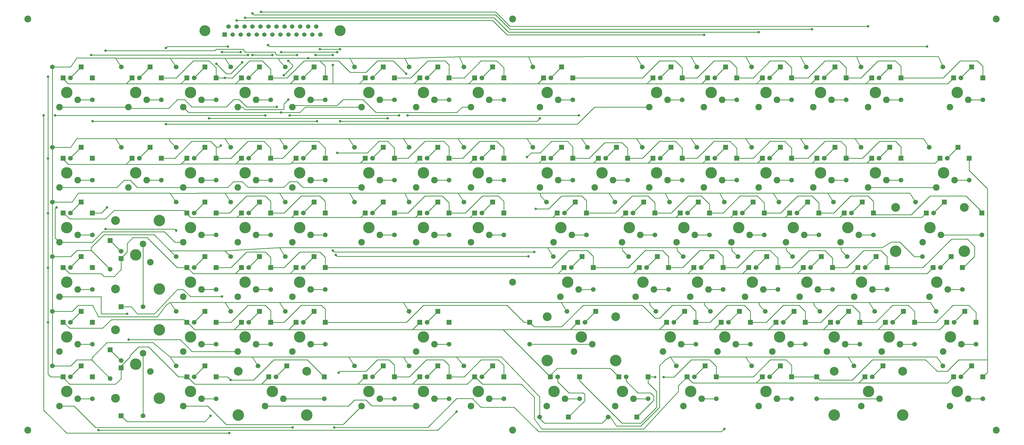
<source format=gbl>
G04 #@! TF.FileFunction,Copper,L2,Bot,Signal*
%FSLAX46Y46*%
G04 Gerber Fmt 4.6, Leading zero omitted, Abs format (unit mm)*
G04 Created by KiCad (PCBNEW 4.0.7) date 12/13/17 15:10:49*
%MOMM*%
%LPD*%
G01*
G04 APERTURE LIST*
%ADD10C,0.100000*%
%ADD11C,2.286000*%
%ADD12C,3.987800*%
%ADD13C,1.651000*%
%ADD14R,1.651000X1.651000*%
%ADD15C,3.810000*%
%ADD16R,1.524000X1.524000*%
%ADD17C,1.524000*%
%ADD18C,2.400000*%
%ADD19C,4.000000*%
%ADD20C,3.050000*%
%ADD21C,0.889000*%
%ADD22C,0.254000*%
G04 APERTURE END LIST*
D10*
D11*
X257460000Y-62080000D03*
X263810000Y-59540000D03*
D12*
X260000000Y-57000000D03*
D13*
X268890000Y-59540000D03*
D14*
X268890000Y-51920000D03*
D13*
X261270000Y-51920000D03*
D14*
X258730000Y-51920000D03*
X265000000Y-48110000D03*
D13*
X255000000Y-48110000D03*
D11*
X285960000Y-81080000D03*
X292310000Y-78540000D03*
D12*
X288500000Y-76000000D03*
D13*
X297390000Y-78540000D03*
D14*
X297390000Y-70920000D03*
D13*
X289770000Y-70920000D03*
D14*
X287230000Y-70920000D03*
X293500000Y-67110000D03*
D13*
X283500000Y-67110000D03*
D11*
X266960000Y-81080000D03*
X273310000Y-78540000D03*
D12*
X269500000Y-76000000D03*
D13*
X278390000Y-78540000D03*
D14*
X278390000Y-70920000D03*
D13*
X270770000Y-70920000D03*
D14*
X268230000Y-70920000D03*
X274500000Y-67110000D03*
D13*
X264500000Y-67110000D03*
D11*
X247960000Y-81080000D03*
X254310000Y-78540000D03*
D12*
X250500000Y-76000000D03*
D13*
X259390000Y-78540000D03*
D14*
X259390000Y-70920000D03*
D13*
X251770000Y-70920000D03*
D14*
X249230000Y-70920000D03*
X255500000Y-67110000D03*
D13*
X245500000Y-67110000D03*
D11*
X228960000Y-81080000D03*
X235310000Y-78540000D03*
D12*
X231500000Y-76000000D03*
D13*
X240390000Y-78540000D03*
D14*
X240390000Y-70920000D03*
D13*
X232770000Y-70920000D03*
D14*
X230230000Y-70920000D03*
X236500000Y-67110000D03*
D13*
X226500000Y-67110000D03*
D11*
X209960000Y-81080000D03*
X216310000Y-78540000D03*
D12*
X212500000Y-76000000D03*
D13*
X221390000Y-78540000D03*
D14*
X221390000Y-70920000D03*
D13*
X213770000Y-70920000D03*
D14*
X211230000Y-70920000D03*
X217500000Y-67110000D03*
D13*
X207500000Y-67110000D03*
D11*
X186210000Y-81080000D03*
X192560000Y-78540000D03*
D12*
X188750000Y-76000000D03*
D13*
X197640000Y-78540000D03*
D14*
X197640000Y-70920000D03*
D13*
X190020000Y-70920000D03*
D14*
X187480000Y-70920000D03*
X193750000Y-67110000D03*
D13*
X183750000Y-67110000D03*
D11*
X319210000Y-62080000D03*
X325560000Y-59540000D03*
D12*
X321750000Y-57000000D03*
D13*
X330640000Y-59540000D03*
D14*
X330640000Y-51920000D03*
D13*
X323020000Y-51920000D03*
D14*
X320480000Y-51920000D03*
X326750000Y-48110000D03*
D13*
X316750000Y-48110000D03*
D11*
X295460000Y-62080000D03*
X301810000Y-59540000D03*
D12*
X298000000Y-57000000D03*
D13*
X306890000Y-59540000D03*
D14*
X306890000Y-51920000D03*
D13*
X299270000Y-51920000D03*
D14*
X296730000Y-51920000D03*
X303000000Y-48110000D03*
D13*
X293000000Y-48110000D03*
D11*
X276460000Y-62080000D03*
X282810000Y-59540000D03*
D12*
X279000000Y-57000000D03*
D13*
X287890000Y-59540000D03*
D14*
X287890000Y-51920000D03*
D13*
X280270000Y-51920000D03*
D14*
X277730000Y-51920000D03*
X284000000Y-48110000D03*
D13*
X274000000Y-48110000D03*
D11*
X188585000Y-100080000D03*
X194935000Y-97540000D03*
D12*
X191125000Y-95000000D03*
D13*
X200015000Y-97540000D03*
D14*
X200015000Y-89920000D03*
D13*
X192395000Y-89920000D03*
D14*
X189855000Y-89920000D03*
X196125000Y-86110000D03*
D13*
X186125000Y-86110000D03*
D11*
X238460000Y-62080000D03*
X244810000Y-59540000D03*
D12*
X241000000Y-57000000D03*
D13*
X249890000Y-59540000D03*
D14*
X249890000Y-51920000D03*
D13*
X242270000Y-51920000D03*
D14*
X239730000Y-51920000D03*
X246000000Y-48110000D03*
D13*
X236000000Y-48110000D03*
D11*
X219460000Y-62080000D03*
X225810000Y-59540000D03*
D12*
X222000000Y-57000000D03*
D13*
X230890000Y-59540000D03*
D14*
X230890000Y-51920000D03*
D13*
X223270000Y-51920000D03*
D14*
X220730000Y-51920000D03*
X227000000Y-48110000D03*
D13*
X217000000Y-48110000D03*
D11*
X200460000Y-62080000D03*
X206810000Y-59540000D03*
D12*
X203000000Y-57000000D03*
D13*
X211890000Y-59540000D03*
D14*
X211890000Y-51920000D03*
D13*
X204270000Y-51920000D03*
D14*
X201730000Y-51920000D03*
X208000000Y-48110000D03*
D13*
X198000000Y-48110000D03*
D11*
X181460000Y-62080000D03*
X187810000Y-59540000D03*
D12*
X184000000Y-57000000D03*
D13*
X192890000Y-59540000D03*
D14*
X192890000Y-51920000D03*
D13*
X185270000Y-51920000D03*
D14*
X182730000Y-51920000D03*
X189000000Y-48110000D03*
D13*
X179000000Y-48110000D03*
D11*
X323960000Y-34080000D03*
X330310000Y-31540000D03*
D12*
X326500000Y-29000000D03*
D13*
X335390000Y-31540000D03*
D14*
X335390000Y-23920000D03*
D13*
X327770000Y-23920000D03*
D14*
X325230000Y-23920000D03*
X331500000Y-20110000D03*
D13*
X321500000Y-20110000D03*
D11*
X295460000Y-34080000D03*
X301810000Y-31540000D03*
D12*
X298000000Y-29000000D03*
D13*
X306890000Y-31540000D03*
D14*
X306890000Y-23920000D03*
D13*
X299270000Y-23920000D03*
D14*
X296730000Y-23920000D03*
X303000000Y-20110000D03*
D13*
X293000000Y-20110000D03*
D11*
X276460000Y-34080000D03*
X282810000Y-31540000D03*
D12*
X279000000Y-29000000D03*
D13*
X287890000Y-31540000D03*
D14*
X287890000Y-23920000D03*
D13*
X280270000Y-23920000D03*
D14*
X277730000Y-23920000D03*
X284000000Y-20110000D03*
D13*
X274000000Y-20110000D03*
D11*
X257460000Y-34080000D03*
X263810000Y-31540000D03*
D12*
X260000000Y-29000000D03*
D13*
X268890000Y-31540000D03*
D14*
X268890000Y-23920000D03*
D13*
X261270000Y-23920000D03*
D14*
X258730000Y-23920000D03*
X265000000Y-20110000D03*
D13*
X255000000Y-20110000D03*
D11*
X238460000Y-34080000D03*
X244810000Y-31540000D03*
D12*
X241000000Y-29000000D03*
D13*
X249890000Y-31540000D03*
D14*
X249890000Y-23920000D03*
D13*
X242270000Y-23920000D03*
D14*
X239730000Y-23920000D03*
X246000000Y-20110000D03*
D13*
X236000000Y-20110000D03*
D11*
X262210000Y-119080000D03*
X268560000Y-116540000D03*
D12*
X264750000Y-114000000D03*
D13*
X273640000Y-116540000D03*
D14*
X273640000Y-108920000D03*
D13*
X266020000Y-108920000D03*
D14*
X263480000Y-108920000D03*
X269750000Y-105110000D03*
D13*
X259750000Y-105110000D03*
D11*
X323960000Y-138080000D03*
X330310000Y-135540000D03*
D12*
X326500000Y-133000000D03*
D13*
X335390000Y-135540000D03*
D14*
X335390000Y-127920000D03*
D13*
X327770000Y-127920000D03*
D14*
X325230000Y-127920000D03*
X331500000Y-124110000D03*
D13*
X321500000Y-124110000D03*
D11*
X257460000Y-138080000D03*
X263810000Y-135540000D03*
D12*
X260000000Y-133000000D03*
D13*
X268890000Y-135540000D03*
D14*
X268890000Y-127920000D03*
D13*
X261270000Y-127920000D03*
D14*
X258730000Y-127920000D03*
X265000000Y-124110000D03*
D13*
X255000000Y-124110000D03*
D11*
X231335000Y-138080000D03*
X237685000Y-135540000D03*
D12*
X233875000Y-133000000D03*
D13*
X242765000Y-135540000D03*
D14*
X242765000Y-127920000D03*
D13*
X235145000Y-127920000D03*
D14*
X232605000Y-127920000D03*
X238875000Y-124110000D03*
D13*
X228875000Y-124110000D03*
D11*
X321585000Y-119080000D03*
X327935000Y-116540000D03*
D12*
X324125000Y-114000000D03*
D13*
X333015000Y-116540000D03*
D14*
X333015000Y-108920000D03*
D13*
X325395000Y-108920000D03*
D14*
X322855000Y-108920000D03*
X329125000Y-105110000D03*
D13*
X319125000Y-105110000D03*
D11*
X300210000Y-119080000D03*
X306560000Y-116540000D03*
D12*
X302750000Y-114000000D03*
D13*
X311640000Y-116540000D03*
D14*
X311640000Y-108920000D03*
D13*
X304020000Y-108920000D03*
D14*
X301480000Y-108920000D03*
X307750000Y-105110000D03*
D13*
X297750000Y-105110000D03*
D11*
X281210000Y-119080000D03*
X287560000Y-116540000D03*
D12*
X283750000Y-114000000D03*
D13*
X292640000Y-116540000D03*
D14*
X292640000Y-108920000D03*
D13*
X285020000Y-108920000D03*
D14*
X282480000Y-108920000D03*
X288750000Y-105110000D03*
D13*
X278750000Y-105110000D03*
D11*
X219460000Y-34080000D03*
X225810000Y-31540000D03*
D12*
X222000000Y-29000000D03*
D13*
X230890000Y-31540000D03*
D14*
X230890000Y-23920000D03*
D13*
X223270000Y-23920000D03*
D14*
X220730000Y-23920000D03*
X227000000Y-20110000D03*
D13*
X217000000Y-20110000D03*
D11*
X243210000Y-119080000D03*
X249560000Y-116540000D03*
D12*
X245750000Y-114000000D03*
D13*
X254640000Y-116540000D03*
D14*
X254640000Y-108920000D03*
D13*
X247020000Y-108920000D03*
D14*
X244480000Y-108920000D03*
X250750000Y-105110000D03*
D13*
X240750000Y-105110000D03*
D11*
X224210000Y-119080000D03*
X230560000Y-116540000D03*
D12*
X226750000Y-114000000D03*
D13*
X235640000Y-116540000D03*
D14*
X235640000Y-108920000D03*
D13*
X228020000Y-108920000D03*
D14*
X225480000Y-108920000D03*
X231750000Y-105110000D03*
D13*
X221750000Y-105110000D03*
D11*
X316835000Y-100080000D03*
X323185000Y-97540000D03*
D12*
X319375000Y-95000000D03*
D13*
X328265000Y-97540000D03*
D14*
X328265000Y-89920000D03*
D13*
X320645000Y-89920000D03*
D14*
X318105000Y-89920000D03*
X324375000Y-86110000D03*
D13*
X314375000Y-86110000D03*
D11*
X290710000Y-100080000D03*
X297060000Y-97540000D03*
D12*
X293250000Y-95000000D03*
D13*
X302140000Y-97540000D03*
D14*
X302140000Y-89920000D03*
D13*
X294520000Y-89920000D03*
D14*
X291980000Y-89920000D03*
X298250000Y-86110000D03*
D13*
X288250000Y-86110000D03*
D11*
X271710000Y-100080000D03*
X278060000Y-97540000D03*
D12*
X274250000Y-95000000D03*
D13*
X283140000Y-97540000D03*
D14*
X283140000Y-89920000D03*
D13*
X275520000Y-89920000D03*
D14*
X272980000Y-89920000D03*
X279250000Y-86110000D03*
D13*
X269250000Y-86110000D03*
D11*
X252710000Y-100080000D03*
X259060000Y-97540000D03*
D12*
X255250000Y-95000000D03*
D13*
X264140000Y-97540000D03*
D14*
X264140000Y-89920000D03*
D13*
X256520000Y-89920000D03*
D14*
X253980000Y-89920000D03*
X260250000Y-86110000D03*
D13*
X250250000Y-86110000D03*
D11*
X233710000Y-100080000D03*
X240060000Y-97540000D03*
D12*
X236250000Y-95000000D03*
D13*
X245140000Y-97540000D03*
D14*
X245140000Y-89920000D03*
D13*
X237520000Y-89920000D03*
D14*
X234980000Y-89920000D03*
X241250000Y-86110000D03*
D13*
X231250000Y-86110000D03*
D11*
X214710000Y-100080000D03*
X221060000Y-97540000D03*
D12*
X217250000Y-95000000D03*
D13*
X226140000Y-97540000D03*
D14*
X226140000Y-89920000D03*
D13*
X218520000Y-89920000D03*
D14*
X215980000Y-89920000D03*
X222250000Y-86110000D03*
D13*
X212250000Y-86110000D03*
D11*
X38460000Y-62080000D03*
X44810000Y-59540000D03*
D12*
X41000000Y-57000000D03*
D13*
X49890000Y-59540000D03*
D14*
X49890000Y-51920000D03*
D13*
X42270000Y-51920000D03*
D14*
X39730000Y-51920000D03*
X46000000Y-48110000D03*
D13*
X36000000Y-48110000D03*
D11*
X95460000Y-100080000D03*
X101810000Y-97540000D03*
D12*
X98000000Y-95000000D03*
D13*
X106890000Y-97540000D03*
D14*
X106890000Y-89920000D03*
D13*
X99270000Y-89920000D03*
D14*
X96730000Y-89920000D03*
X103000000Y-86110000D03*
D13*
X93000000Y-86110000D03*
D11*
X76460000Y-100080000D03*
X82810000Y-97540000D03*
D12*
X79000000Y-95000000D03*
D13*
X87890000Y-97540000D03*
D14*
X87890000Y-89920000D03*
D13*
X80270000Y-89920000D03*
D14*
X77730000Y-89920000D03*
X84000000Y-86110000D03*
D13*
X74000000Y-86110000D03*
D11*
X57460000Y-100080000D03*
X63810000Y-97540000D03*
D12*
X60000000Y-95000000D03*
D13*
X68890000Y-97540000D03*
D14*
X68890000Y-89920000D03*
D13*
X61270000Y-89920000D03*
D14*
X58730000Y-89920000D03*
X65000000Y-86110000D03*
D13*
X55000000Y-86110000D03*
D11*
X95460000Y-81080000D03*
X101810000Y-78540000D03*
D12*
X98000000Y-76000000D03*
D13*
X106890000Y-78540000D03*
D14*
X106890000Y-70920000D03*
D13*
X99270000Y-70920000D03*
D14*
X96730000Y-70920000D03*
X103000000Y-67110000D03*
D13*
X93000000Y-67110000D03*
D11*
X76460000Y-81080000D03*
X82810000Y-78540000D03*
D12*
X79000000Y-76000000D03*
D13*
X87890000Y-78540000D03*
D14*
X87890000Y-70920000D03*
D13*
X80270000Y-70920000D03*
D14*
X77730000Y-70920000D03*
X84000000Y-67110000D03*
D13*
X74000000Y-67110000D03*
D11*
X57460000Y-81080000D03*
X63810000Y-78540000D03*
D12*
X60000000Y-76000000D03*
D13*
X68890000Y-78540000D03*
D14*
X68890000Y-70920000D03*
D13*
X61270000Y-70920000D03*
D14*
X58730000Y-70920000D03*
X65000000Y-67110000D03*
D13*
X55000000Y-67110000D03*
D11*
X95460000Y-62080000D03*
X101810000Y-59540000D03*
D12*
X98000000Y-57000000D03*
D13*
X106890000Y-59540000D03*
D14*
X106890000Y-51920000D03*
D13*
X99270000Y-51920000D03*
D14*
X96730000Y-51920000D03*
X103000000Y-48110000D03*
D13*
X93000000Y-48110000D03*
D11*
X76460000Y-62080000D03*
X82810000Y-59540000D03*
D12*
X79000000Y-57000000D03*
D13*
X87890000Y-59540000D03*
D14*
X87890000Y-51920000D03*
D13*
X80270000Y-51920000D03*
D14*
X77730000Y-51920000D03*
X84000000Y-48110000D03*
D13*
X74000000Y-48110000D03*
D11*
X57460000Y-62080000D03*
X63810000Y-59540000D03*
D12*
X60000000Y-57000000D03*
D13*
X68890000Y-59540000D03*
D14*
X68890000Y-51920000D03*
D13*
X61270000Y-51920000D03*
D14*
X58730000Y-51920000D03*
X65000000Y-48110000D03*
D13*
X55000000Y-48110000D03*
D11*
X95460000Y-34080000D03*
X101810000Y-31540000D03*
D12*
X98000000Y-29000000D03*
D13*
X106890000Y-31540000D03*
D14*
X106890000Y-23920000D03*
D13*
X99270000Y-23920000D03*
D14*
X96730000Y-23920000D03*
X103000000Y-20110000D03*
D13*
X93000000Y-20110000D03*
D11*
X76460000Y-34080000D03*
X82810000Y-31540000D03*
D12*
X79000000Y-29000000D03*
D13*
X87890000Y-31540000D03*
D14*
X87890000Y-23920000D03*
D13*
X80270000Y-23920000D03*
D14*
X77730000Y-23920000D03*
X84000000Y-20110000D03*
D13*
X74000000Y-20110000D03*
D11*
X57460000Y-34080000D03*
X63810000Y-31540000D03*
D12*
X60000000Y-29000000D03*
D13*
X68890000Y-31540000D03*
D14*
X68890000Y-23920000D03*
D13*
X61270000Y-23920000D03*
D14*
X58730000Y-23920000D03*
X65000000Y-20110000D03*
D13*
X55000000Y-20110000D03*
D11*
X38460000Y-34080000D03*
X44810000Y-31540000D03*
D12*
X41000000Y-29000000D03*
D13*
X49890000Y-31540000D03*
D14*
X49890000Y-23920000D03*
D13*
X42270000Y-23920000D03*
D14*
X39730000Y-23920000D03*
X46000000Y-20110000D03*
D13*
X36000000Y-20110000D03*
D11*
X14460000Y-138080000D03*
X20810000Y-135540000D03*
D12*
X17000000Y-133000000D03*
D13*
X25890000Y-135540000D03*
D14*
X25890000Y-127920000D03*
D13*
X18270000Y-127920000D03*
D14*
X15730000Y-127920000D03*
X22000000Y-124110000D03*
D13*
X12000000Y-124110000D03*
D11*
X14460000Y-119080000D03*
X20810000Y-116540000D03*
D12*
X17000000Y-114000000D03*
D13*
X25890000Y-116540000D03*
D14*
X25890000Y-108920000D03*
D13*
X18270000Y-108920000D03*
D14*
X15730000Y-108920000D03*
X22000000Y-105110000D03*
D13*
X12000000Y-105110000D03*
D11*
X14460000Y-100080000D03*
X20810000Y-97540000D03*
D12*
X17000000Y-95000000D03*
D13*
X25890000Y-97540000D03*
D14*
X25890000Y-89920000D03*
D13*
X18270000Y-89920000D03*
D14*
X15730000Y-89920000D03*
X22000000Y-86110000D03*
D13*
X12000000Y-86110000D03*
D11*
X14460000Y-81080000D03*
X20810000Y-78540000D03*
D12*
X17000000Y-76000000D03*
D13*
X25890000Y-78540000D03*
D14*
X25890000Y-70920000D03*
D13*
X18270000Y-70920000D03*
D14*
X15730000Y-70920000D03*
X22000000Y-67110000D03*
D13*
X12000000Y-67110000D03*
D11*
X14460000Y-62080000D03*
X20810000Y-59540000D03*
D12*
X17000000Y-57000000D03*
D13*
X25890000Y-59540000D03*
D14*
X25890000Y-51920000D03*
D13*
X18270000Y-51920000D03*
D14*
X15730000Y-51920000D03*
X22000000Y-48110000D03*
D13*
X12000000Y-48110000D03*
D11*
X119460000Y-62080000D03*
X125810000Y-59540000D03*
D12*
X122000000Y-57000000D03*
D13*
X130890000Y-59540000D03*
D14*
X130890000Y-51920000D03*
D13*
X123270000Y-51920000D03*
D14*
X120730000Y-51920000D03*
X127000000Y-48110000D03*
D13*
X117000000Y-48110000D03*
D11*
X181460000Y-34080000D03*
X187810000Y-31540000D03*
D12*
X184000000Y-29000000D03*
D13*
X192890000Y-31540000D03*
D14*
X192890000Y-23920000D03*
D13*
X185270000Y-23920000D03*
D14*
X182730000Y-23920000D03*
X189000000Y-20110000D03*
D13*
X179000000Y-20110000D03*
D11*
X157460000Y-138080000D03*
X163810000Y-135540000D03*
D12*
X160000000Y-133000000D03*
D13*
X168890000Y-135540000D03*
D14*
X168890000Y-127920000D03*
D13*
X161270000Y-127920000D03*
D14*
X158730000Y-127920000D03*
X165000000Y-124110000D03*
D13*
X155000000Y-124110000D03*
D11*
X138460000Y-138080000D03*
X144810000Y-135540000D03*
D12*
X141000000Y-133000000D03*
D13*
X149890000Y-135540000D03*
D14*
X149890000Y-127920000D03*
D13*
X142270000Y-127920000D03*
D14*
X139730000Y-127920000D03*
X146000000Y-124110000D03*
D13*
X136000000Y-124110000D03*
D11*
X119460000Y-138080000D03*
X125810000Y-135540000D03*
D12*
X122000000Y-133000000D03*
D13*
X130890000Y-135540000D03*
D14*
X130890000Y-127920000D03*
D13*
X123270000Y-127920000D03*
D14*
X120730000Y-127920000D03*
X127000000Y-124110000D03*
D13*
X117000000Y-124110000D03*
D11*
X138460000Y-119080000D03*
X144810000Y-116540000D03*
D12*
X141000000Y-114000000D03*
D13*
X149890000Y-116540000D03*
D14*
X149890000Y-108920000D03*
D13*
X142270000Y-108920000D03*
D14*
X139730000Y-108920000D03*
X146000000Y-105110000D03*
D13*
X136000000Y-105110000D03*
D11*
X157460000Y-81080000D03*
X163810000Y-78540000D03*
D12*
X160000000Y-76000000D03*
D13*
X168890000Y-78540000D03*
D14*
X168890000Y-70920000D03*
D13*
X161270000Y-70920000D03*
D14*
X158730000Y-70920000D03*
X165000000Y-67110000D03*
D13*
X155000000Y-67110000D03*
D11*
X138460000Y-81080000D03*
X144810000Y-78540000D03*
D12*
X141000000Y-76000000D03*
D13*
X149890000Y-78540000D03*
D14*
X149890000Y-70920000D03*
D13*
X142270000Y-70920000D03*
D14*
X139730000Y-70920000D03*
X146000000Y-67110000D03*
D13*
X136000000Y-67110000D03*
D11*
X119460000Y-81080000D03*
X125810000Y-78540000D03*
D12*
X122000000Y-76000000D03*
D13*
X130890000Y-78540000D03*
D14*
X130890000Y-70920000D03*
D13*
X123270000Y-70920000D03*
D14*
X120730000Y-70920000D03*
X127000000Y-67110000D03*
D13*
X117000000Y-67110000D03*
D11*
X157460000Y-62080000D03*
X163810000Y-59540000D03*
D12*
X160000000Y-57000000D03*
D13*
X168890000Y-59540000D03*
D14*
X168890000Y-51920000D03*
D13*
X161270000Y-51920000D03*
D14*
X158730000Y-51920000D03*
X165000000Y-48110000D03*
D13*
X155000000Y-48110000D03*
D11*
X138460000Y-62080000D03*
X144810000Y-59540000D03*
D12*
X141000000Y-57000000D03*
D13*
X149890000Y-59540000D03*
D14*
X149890000Y-51920000D03*
D13*
X142270000Y-51920000D03*
D14*
X139730000Y-51920000D03*
X146000000Y-48110000D03*
D13*
X136000000Y-48110000D03*
D11*
X14460000Y-34080000D03*
X20810000Y-31540000D03*
D12*
X17000000Y-29000000D03*
D13*
X25890000Y-31540000D03*
D14*
X25890000Y-23920000D03*
D13*
X18270000Y-23920000D03*
D14*
X15730000Y-23920000D03*
X22000000Y-20110000D03*
D13*
X12000000Y-20110000D03*
D11*
X157460000Y-34080000D03*
X163810000Y-31540000D03*
D12*
X160000000Y-29000000D03*
D13*
X168890000Y-31540000D03*
D14*
X168890000Y-23920000D03*
D13*
X161270000Y-23920000D03*
D14*
X158730000Y-23920000D03*
X165000000Y-20110000D03*
D13*
X155000000Y-20110000D03*
D11*
X138460000Y-34080000D03*
X144810000Y-31540000D03*
D12*
X141000000Y-29000000D03*
D13*
X149890000Y-31540000D03*
D14*
X149890000Y-23920000D03*
D13*
X142270000Y-23920000D03*
D14*
X139730000Y-23920000D03*
X146000000Y-20110000D03*
D13*
X136000000Y-20110000D03*
D11*
X119460000Y-34080000D03*
X125810000Y-31540000D03*
D12*
X122000000Y-29000000D03*
D13*
X130890000Y-31540000D03*
D14*
X130890000Y-23920000D03*
D13*
X123270000Y-23920000D03*
D14*
X120730000Y-23920000D03*
X127000000Y-20110000D03*
D13*
X117000000Y-20110000D03*
D11*
X57460000Y-138080000D03*
X63810000Y-135540000D03*
D12*
X60000000Y-133000000D03*
D13*
X68890000Y-135540000D03*
D14*
X68890000Y-127920000D03*
D13*
X61270000Y-127920000D03*
D14*
X58730000Y-127920000D03*
X65000000Y-124110000D03*
D13*
X55000000Y-124110000D03*
D11*
X95460000Y-119080000D03*
X101810000Y-116540000D03*
D12*
X98000000Y-114000000D03*
D13*
X106890000Y-116540000D03*
D14*
X106890000Y-108920000D03*
D13*
X99270000Y-108920000D03*
D14*
X96730000Y-108920000D03*
X103000000Y-105110000D03*
D13*
X93000000Y-105110000D03*
D11*
X76460000Y-119080000D03*
X82810000Y-116540000D03*
D12*
X79000000Y-114000000D03*
D13*
X87890000Y-116540000D03*
D14*
X87890000Y-108920000D03*
D13*
X80270000Y-108920000D03*
D14*
X77730000Y-108920000D03*
X84000000Y-105110000D03*
D13*
X74000000Y-105110000D03*
D11*
X57460000Y-119080000D03*
X63810000Y-116540000D03*
D12*
X60000000Y-114000000D03*
D13*
X68890000Y-116540000D03*
D14*
X68890000Y-108920000D03*
D13*
X61270000Y-108920000D03*
D14*
X58730000Y-108920000D03*
X65000000Y-105110000D03*
D13*
X55000000Y-105110000D03*
D15*
X111995000Y-7500000D03*
X65005000Y-7500000D03*
D16*
X71863000Y-8897000D03*
D17*
X74657000Y-8897000D03*
X77451000Y-8897000D03*
X80245000Y-8897000D03*
X83039000Y-8897000D03*
X85706000Y-8897000D03*
X88500000Y-8897000D03*
X91294000Y-8897000D03*
X94088000Y-8897000D03*
X96882000Y-8897000D03*
X99549000Y-8897000D03*
X102343000Y-8897000D03*
X105137000Y-8897000D03*
X73260000Y-6103000D03*
X76054000Y-6103000D03*
X78848000Y-6103000D03*
X81515000Y-6103000D03*
X84309000Y-6103000D03*
X87103000Y-6103000D03*
X89897000Y-6103000D03*
X92691000Y-6103000D03*
X95358000Y-6103000D03*
X98152000Y-6103000D03*
X100946000Y-6103000D03*
X103740000Y-6103000D03*
D18*
X3500000Y-3500000D03*
X340000000Y-3500000D03*
X172000000Y-3500000D03*
X3500000Y-146500000D03*
X172000000Y-146500000D03*
X340000000Y-146500000D03*
X172000000Y-95000000D03*
D11*
X46080000Y-88040000D03*
X43540000Y-81690000D03*
D12*
X41000000Y-85500000D03*
D13*
X43540000Y-103500000D03*
D14*
X35920000Y-103500000D03*
D13*
X35920000Y-84230000D03*
D14*
X35920000Y-86770000D03*
X32110000Y-80500000D03*
D13*
X32110000Y-90500000D03*
D19*
X49240000Y-73600000D03*
D20*
X34000000Y-73600000D03*
D19*
X49240000Y-97400000D03*
D20*
X34000000Y-97400000D03*
D11*
X46080000Y-126040000D03*
X43540000Y-119690000D03*
D12*
X41000000Y-123500000D03*
D13*
X43540000Y-141500000D03*
D14*
X35920000Y-141500000D03*
D13*
X35920000Y-122230000D03*
D14*
X35920000Y-124770000D03*
X32110000Y-118500000D03*
D13*
X32110000Y-128500000D03*
D19*
X49240000Y-111600000D03*
D20*
X34000000Y-111600000D03*
D19*
X49240000Y-135400000D03*
D20*
X34000000Y-135400000D03*
D11*
X85960000Y-138080000D03*
X92310000Y-135540000D03*
D12*
X88500000Y-133000000D03*
D13*
X106500000Y-135540000D03*
D14*
X106500000Y-127920000D03*
D13*
X89770000Y-127920000D03*
D14*
X87230000Y-127920000D03*
X93500000Y-124110000D03*
D13*
X83500000Y-124110000D03*
D19*
X100400000Y-141240000D03*
D20*
X100400000Y-126000000D03*
D19*
X76600000Y-141240000D03*
D20*
X76600000Y-126000000D03*
D11*
X193335000Y-119080000D03*
X199685000Y-116540000D03*
D12*
X195875000Y-114000000D03*
D13*
X177875000Y-116540000D03*
D14*
X177875000Y-108920000D03*
D13*
X197145000Y-108920000D03*
D14*
X194605000Y-108920000D03*
X200875000Y-105110000D03*
D13*
X190875000Y-105110000D03*
D19*
X207775000Y-122240000D03*
D20*
X207775000Y-107000000D03*
D19*
X183975000Y-122240000D03*
D20*
X183975000Y-107000000D03*
D11*
X314460000Y-81080000D03*
X320810000Y-78540000D03*
D12*
X317000000Y-76000000D03*
D13*
X335000000Y-78540000D03*
D14*
X335000000Y-70920000D03*
D13*
X318270000Y-70920000D03*
D14*
X315730000Y-70920000D03*
X322000000Y-67110000D03*
D13*
X312000000Y-67110000D03*
D19*
X328900000Y-84240000D03*
D20*
X328900000Y-69000000D03*
D19*
X305100000Y-84240000D03*
D20*
X305100000Y-69000000D03*
D11*
X293085000Y-138080000D03*
X299435000Y-135540000D03*
D12*
X295625000Y-133000000D03*
D13*
X277625000Y-135540000D03*
D14*
X277625000Y-127920000D03*
D13*
X296895000Y-127920000D03*
D14*
X294355000Y-127920000D03*
X300625000Y-124110000D03*
D13*
X290625000Y-124110000D03*
D19*
X307525000Y-141240000D03*
D20*
X307525000Y-126000000D03*
D19*
X283725000Y-141240000D03*
D20*
X283725000Y-126000000D03*
D11*
X183835000Y-138080000D03*
X190185000Y-135540000D03*
D12*
X186375000Y-133000000D03*
D13*
X195265000Y-135540000D03*
D14*
X195265000Y-127920000D03*
D13*
X187645000Y-127920000D03*
D14*
X185105000Y-127920000D03*
X191375000Y-141890000D03*
D13*
X181375000Y-141890000D03*
D11*
X207585000Y-138080000D03*
X213935000Y-135540000D03*
D12*
X210125000Y-133000000D03*
D13*
X219015000Y-135540000D03*
D14*
X219015000Y-127920000D03*
D13*
X211395000Y-127920000D03*
D14*
X208855000Y-127920000D03*
X215125000Y-141890000D03*
D13*
X205125000Y-141890000D03*
D21*
X181460000Y-38000000D03*
X105000000Y-14000000D03*
X112000000Y-14000000D03*
X112000000Y-39000000D03*
X73000000Y-13000000D03*
X51500000Y-13500000D03*
X51500000Y-40000000D03*
X111500000Y-126500000D03*
X295500000Y-6000000D03*
X84500000Y-1000000D03*
X257500000Y-8000000D03*
X79000000Y-3000000D03*
X94000000Y-31500000D03*
X38000000Y-106000000D03*
X38500000Y-115000000D03*
X316000000Y-13000000D03*
X87000000Y-12500000D03*
X91500000Y-36000000D03*
X13500000Y-69000000D03*
X95500000Y-145500000D03*
X276000000Y-7000000D03*
X81500000Y-1500000D03*
X238500000Y-9000000D03*
X76000000Y-4000000D03*
X90000000Y-34000000D03*
X128500000Y-38000000D03*
X66500000Y-38000000D03*
X69000000Y-19000000D03*
X78000000Y-18500000D03*
X81500000Y-16000000D03*
X88500000Y-16000000D03*
X111000000Y-50000000D03*
X111000000Y-15000000D03*
X91500000Y-15000000D03*
X132500000Y-37000000D03*
X94500000Y-37000000D03*
X92500000Y-23000000D03*
X94000000Y-18000000D03*
X67000000Y-141500000D03*
X74000000Y-129000000D03*
X73500000Y-147500000D03*
X9000000Y-37000000D03*
X13000000Y-37000000D03*
X86000000Y-37000000D03*
X110000000Y-145500000D03*
X245500000Y-146000000D03*
X221500000Y-128000000D03*
X224500000Y-128000000D03*
X31000000Y-69000000D03*
X30500000Y-14500000D03*
X97000000Y-16000000D03*
X26000000Y-39000000D03*
X104000000Y-39000000D03*
X28000000Y-146500000D03*
X152500000Y-140000000D03*
X109500000Y-19500000D03*
X109500000Y-16000000D03*
X103500000Y-16000000D03*
X10500000Y-71000000D03*
X10500000Y-90000000D03*
X10500000Y-109000000D03*
X10500000Y-52000000D03*
X10500000Y-23500000D03*
X195000000Y-37000000D03*
X135500000Y-37000000D03*
X135000000Y-22500000D03*
X72000000Y-23920000D03*
X70500000Y-47500000D03*
X177000000Y-51500000D03*
X177500000Y-86000000D03*
X110500000Y-85500000D03*
X100945000Y-17055000D03*
X77500000Y-15000000D03*
X71000000Y-15000000D03*
X180000000Y-69500000D03*
X179500000Y-84500000D03*
X109500000Y-84000000D03*
X71000000Y-100000000D03*
X30500000Y-76500000D03*
X55000000Y-77000000D03*
X80000000Y-16000000D03*
X25500000Y-16000000D03*
D22*
X296895000Y-127920000D02*
X296895000Y-127840000D01*
X296895000Y-127840000D02*
X300625000Y-124110000D01*
X20810000Y-116540000D02*
X25890000Y-116540000D01*
X230560000Y-116540000D02*
X235640000Y-116540000D01*
X289770000Y-70920000D02*
X289770000Y-70840000D01*
X289770000Y-70840000D02*
X293500000Y-67110000D01*
X320810000Y-78540000D02*
X335000000Y-78540000D01*
X318270000Y-70920000D02*
X318270000Y-70840000D01*
X318270000Y-70840000D02*
X322000000Y-67110000D01*
X194935000Y-97540000D02*
X200015000Y-97540000D01*
X192395000Y-89920000D02*
X192395000Y-89840000D01*
X192395000Y-89840000D02*
X196125000Y-86110000D01*
X228020000Y-108920000D02*
X228020000Y-108840000D01*
X228020000Y-108840000D02*
X231750000Y-105110000D01*
X221060000Y-97540000D02*
X226140000Y-97540000D01*
X218520000Y-89920000D02*
X218520000Y-89840000D01*
X218520000Y-89840000D02*
X222250000Y-86110000D01*
X240060000Y-97540000D02*
X245140000Y-97540000D01*
X18270000Y-108920000D02*
X18270000Y-108840000D01*
X18270000Y-108840000D02*
X22000000Y-105110000D01*
X237520000Y-89920000D02*
X237520000Y-89840000D01*
X237520000Y-89840000D02*
X241250000Y-86110000D01*
X259060000Y-97540000D02*
X264140000Y-97540000D01*
X237685000Y-135540000D02*
X242765000Y-135540000D01*
X325395000Y-108920000D02*
X325395000Y-108840000D01*
X325395000Y-108840000D02*
X329125000Y-105110000D01*
X190185000Y-135540000D02*
X195265000Y-135540000D01*
X187645000Y-127920000D02*
X187645000Y-129645000D01*
X197000000Y-136265000D02*
X191375000Y-141890000D01*
X197000000Y-134000000D02*
X197000000Y-136265000D01*
X196500000Y-133500000D02*
X197000000Y-134000000D01*
X191500000Y-133500000D02*
X196500000Y-133500000D01*
X187645000Y-129645000D02*
X191500000Y-133500000D01*
X213935000Y-135540000D02*
X219015000Y-135540000D01*
X211395000Y-127920000D02*
X211395000Y-129395000D01*
X221000000Y-136015000D02*
X215125000Y-141890000D01*
X221000000Y-134500000D02*
X221000000Y-136015000D01*
X220000000Y-133500000D02*
X221000000Y-134500000D01*
X215500000Y-133500000D02*
X220000000Y-133500000D01*
X211395000Y-129395000D02*
X215500000Y-133500000D01*
X235145000Y-127920000D02*
X235145000Y-127840000D01*
X235145000Y-127840000D02*
X238875000Y-124110000D01*
X263810000Y-135540000D02*
X268890000Y-135540000D01*
X20810000Y-135540000D02*
X25890000Y-135540000D01*
X261270000Y-127920000D02*
X261270000Y-127840000D01*
X261270000Y-127840000D02*
X265000000Y-124110000D01*
X277625000Y-135540000D02*
X299435000Y-135540000D01*
X287560000Y-116540000D02*
X292640000Y-116540000D01*
X249560000Y-116540000D02*
X254640000Y-116540000D01*
X247020000Y-108920000D02*
X247020000Y-108840000D01*
X247020000Y-108840000D02*
X250750000Y-105110000D01*
X268560000Y-116540000D02*
X273640000Y-116540000D01*
X266020000Y-108920000D02*
X266020000Y-108840000D01*
X266020000Y-108840000D02*
X269750000Y-105110000D01*
X285020000Y-108920000D02*
X285020000Y-108840000D01*
X285020000Y-108840000D02*
X288750000Y-105110000D01*
X306560000Y-116540000D02*
X311640000Y-116540000D01*
X304020000Y-108920000D02*
X304020000Y-108840000D01*
X304020000Y-108840000D02*
X307750000Y-105110000D01*
X18270000Y-127920000D02*
X18270000Y-127840000D01*
X18270000Y-127840000D02*
X22000000Y-124110000D01*
X327935000Y-116540000D02*
X333015000Y-116540000D01*
X301810000Y-31540000D02*
X306890000Y-31540000D01*
X299270000Y-23920000D02*
X299270000Y-23840000D01*
X299270000Y-23840000D02*
X303000000Y-20110000D01*
X330310000Y-31540000D02*
X335390000Y-31540000D01*
X327770000Y-23920000D02*
X327770000Y-23840000D01*
X327770000Y-23840000D02*
X331500000Y-20110000D01*
X325560000Y-59540000D02*
X330640000Y-59540000D01*
X323020000Y-51920000D02*
X323020000Y-51840000D01*
X323020000Y-51840000D02*
X326750000Y-48110000D01*
X187810000Y-59540000D02*
X192890000Y-59540000D01*
X185270000Y-51920000D02*
X185270000Y-51840000D01*
X185270000Y-51840000D02*
X189000000Y-48110000D01*
X206810000Y-59540000D02*
X211890000Y-59540000D01*
X43540000Y-119690000D02*
X43540000Y-141500000D01*
X204270000Y-51920000D02*
X204270000Y-51840000D01*
X204270000Y-51840000D02*
X208000000Y-48110000D01*
X225810000Y-59540000D02*
X230890000Y-59540000D01*
X242270000Y-23920000D02*
X242270000Y-23840000D01*
X242270000Y-23840000D02*
X246000000Y-20110000D01*
X185270000Y-23920000D02*
X185270000Y-23840000D01*
X185270000Y-23840000D02*
X189000000Y-20110000D01*
X225810000Y-31540000D02*
X230890000Y-31540000D01*
X223270000Y-23920000D02*
X223270000Y-23840000D01*
X223270000Y-23840000D02*
X227000000Y-20110000D01*
X244810000Y-31540000D02*
X249890000Y-31540000D01*
X263810000Y-31540000D02*
X268890000Y-31540000D01*
X261270000Y-23920000D02*
X261270000Y-23840000D01*
X261270000Y-23840000D02*
X265000000Y-20110000D01*
X282810000Y-31540000D02*
X287890000Y-31540000D01*
X63810000Y-97540000D02*
X68890000Y-97540000D01*
X280270000Y-23920000D02*
X280270000Y-23840000D01*
X280270000Y-23840000D02*
X284000000Y-20110000D01*
X190020000Y-70920000D02*
X190020000Y-70840000D01*
X190020000Y-70840000D02*
X193750000Y-67110000D01*
X216310000Y-78540000D02*
X221390000Y-78540000D01*
X213770000Y-70920000D02*
X213770000Y-70840000D01*
X213770000Y-70840000D02*
X217500000Y-67110000D01*
X235310000Y-78540000D02*
X240390000Y-78540000D01*
X232770000Y-70920000D02*
X232770000Y-70840000D01*
X232770000Y-70840000D02*
X236500000Y-67110000D01*
X254310000Y-78540000D02*
X259390000Y-78540000D01*
X251770000Y-70920000D02*
X251770000Y-70840000D01*
X251770000Y-70840000D02*
X255500000Y-67110000D01*
X273310000Y-78540000D02*
X278390000Y-78540000D01*
X270770000Y-70920000D02*
X270770000Y-70840000D01*
X270770000Y-70840000D02*
X274500000Y-67110000D01*
X61270000Y-89920000D02*
X61270000Y-89840000D01*
X61270000Y-89840000D02*
X65000000Y-86110000D01*
X292310000Y-78540000D02*
X297390000Y-78540000D01*
X223270000Y-51920000D02*
X223270000Y-51840000D01*
X223270000Y-51840000D02*
X227000000Y-48110000D01*
X244810000Y-59540000D02*
X249890000Y-59540000D01*
X242270000Y-51920000D02*
X242270000Y-51840000D01*
X242270000Y-51840000D02*
X246000000Y-48110000D01*
X263810000Y-59540000D02*
X268890000Y-59540000D01*
X261270000Y-51920000D02*
X261270000Y-51840000D01*
X261270000Y-51840000D02*
X265000000Y-48110000D01*
X282810000Y-59540000D02*
X287890000Y-59540000D01*
X280270000Y-51920000D02*
X280270000Y-51840000D01*
X280270000Y-51840000D02*
X284000000Y-48110000D01*
X301810000Y-59540000D02*
X306890000Y-59540000D01*
X299270000Y-51920000D02*
X299270000Y-51840000D01*
X299270000Y-51840000D02*
X303000000Y-48110000D01*
X63810000Y-116540000D02*
X68890000Y-116540000D01*
X192560000Y-78540000D02*
X197640000Y-78540000D01*
X112000000Y-14000000D02*
X105000000Y-14000000D01*
X180460000Y-39000000D02*
X112000000Y-39000000D01*
X180460000Y-39000000D02*
X181460000Y-38000000D01*
X219460000Y-34080000D02*
X200420000Y-34080000D01*
X52000000Y-13000000D02*
X73000000Y-13000000D01*
X51500000Y-13500000D02*
X52000000Y-13000000D01*
X194500000Y-40000000D02*
X51500000Y-40000000D01*
X200420000Y-34080000D02*
X194500000Y-40000000D01*
X130890000Y-123890000D02*
X130890000Y-127920000D01*
X129000000Y-122000000D02*
X130890000Y-123890000D01*
X125000000Y-122000000D02*
X129000000Y-122000000D01*
X121000000Y-126000000D02*
X125000000Y-122000000D01*
X112000000Y-126000000D02*
X121000000Y-126000000D01*
X111500000Y-126500000D02*
X112000000Y-126000000D01*
X149890000Y-127920000D02*
X149890000Y-123890000D01*
X136080000Y-127920000D02*
X130890000Y-127920000D01*
X142000000Y-122000000D02*
X136080000Y-127920000D01*
X148000000Y-122000000D02*
X142000000Y-122000000D01*
X149890000Y-123890000D02*
X148000000Y-122000000D01*
X168890000Y-127920000D02*
X168890000Y-123890000D01*
X155080000Y-127920000D02*
X149890000Y-127920000D01*
X161000000Y-122000000D02*
X155080000Y-127920000D01*
X167000000Y-122000000D02*
X161000000Y-122000000D01*
X168890000Y-123890000D02*
X167000000Y-122000000D01*
X171000000Y-6000000D02*
X295500000Y-6000000D01*
X166000000Y-1000000D02*
X171000000Y-6000000D01*
X84500000Y-1000000D02*
X166000000Y-1000000D01*
X170500000Y-8000000D02*
X257500000Y-8000000D01*
X165500000Y-3000000D02*
X170500000Y-8000000D01*
X79000000Y-3000000D02*
X165500000Y-3000000D01*
X78080000Y-34080000D02*
X76460000Y-34080000D01*
X79000000Y-35000000D02*
X78080000Y-34080000D01*
X92500000Y-35000000D02*
X79000000Y-35000000D01*
X92500000Y-33000000D02*
X92500000Y-35000000D01*
X94000000Y-31500000D02*
X92500000Y-33000000D01*
X85960000Y-138080000D02*
X114920000Y-138080000D01*
X138380000Y-138000000D02*
X138460000Y-138080000D01*
X123000000Y-138000000D02*
X138380000Y-138000000D01*
X121000000Y-136000000D02*
X123000000Y-138000000D01*
X117000000Y-136000000D02*
X121000000Y-136000000D01*
X114920000Y-138080000D02*
X117000000Y-136000000D01*
X76460000Y-119080000D02*
X60580000Y-119080000D01*
X28920000Y-100080000D02*
X14460000Y-100080000D01*
X29000000Y-100000000D02*
X28920000Y-100080000D01*
X29000000Y-106000000D02*
X29000000Y-100000000D01*
X38000000Y-106000000D02*
X29000000Y-106000000D01*
X56500000Y-115000000D02*
X38500000Y-115000000D01*
X60580000Y-119080000D02*
X56500000Y-115000000D01*
X87500000Y-13000000D02*
X316000000Y-13000000D01*
X87000000Y-12500000D02*
X87500000Y-13000000D01*
X319210000Y-62080000D02*
X295460000Y-62080000D01*
X57460000Y-138080000D02*
X66080000Y-138080000D01*
X113040000Y-144500000D02*
X119460000Y-138080000D01*
X72500000Y-144500000D02*
X113040000Y-144500000D01*
X66080000Y-138080000D02*
X72500000Y-144500000D01*
X119460000Y-34080000D02*
X99920000Y-34080000D01*
X59380000Y-36000000D02*
X57460000Y-34080000D01*
X98000000Y-36000000D02*
X91500000Y-36000000D01*
X91500000Y-36000000D02*
X59380000Y-36000000D01*
X99920000Y-34080000D02*
X98000000Y-36000000D01*
X57460000Y-62080000D02*
X72920000Y-62080000D01*
X99080000Y-62080000D02*
X119460000Y-62080000D01*
X97000000Y-60000000D02*
X99080000Y-62080000D01*
X94500000Y-60000000D02*
X97000000Y-60000000D01*
X92500000Y-62000000D02*
X94500000Y-60000000D01*
X80000000Y-62000000D02*
X92500000Y-62000000D01*
X78000000Y-60000000D02*
X80000000Y-62000000D01*
X75000000Y-60000000D02*
X78000000Y-60000000D01*
X72920000Y-62080000D02*
X75000000Y-60000000D01*
X14460000Y-62080000D02*
X34420000Y-62080000D01*
X41580000Y-62080000D02*
X57460000Y-62080000D01*
X39000000Y-59500000D02*
X41580000Y-62080000D01*
X37000000Y-59500000D02*
X39000000Y-59500000D01*
X34420000Y-62080000D02*
X37000000Y-59500000D01*
X14460000Y-81080000D02*
X25920000Y-81080000D01*
X54580000Y-81080000D02*
X57460000Y-81080000D01*
X51000000Y-77500000D02*
X54580000Y-81080000D01*
X29500000Y-77500000D02*
X51000000Y-77500000D01*
X25920000Y-81080000D02*
X29500000Y-77500000D01*
X13000000Y-79620000D02*
X14460000Y-81080000D01*
X13000000Y-69500000D02*
X13000000Y-79620000D01*
X13500000Y-69000000D02*
X13000000Y-69500000D01*
X157460000Y-34080000D02*
X154420000Y-34080000D01*
X96040000Y-33500000D02*
X95460000Y-34080000D01*
X111000000Y-33500000D02*
X96040000Y-33500000D01*
X113000000Y-31500000D02*
X111000000Y-33500000D01*
X120000000Y-31500000D02*
X113000000Y-31500000D01*
X124500000Y-36000000D02*
X120000000Y-31500000D01*
X152500000Y-36000000D02*
X124500000Y-36000000D01*
X154420000Y-34080000D02*
X152500000Y-36000000D01*
X19580000Y-138080000D02*
X14460000Y-138080000D01*
X27000000Y-145500000D02*
X19580000Y-138080000D01*
X95500000Y-145500000D02*
X27000000Y-145500000D01*
X61270000Y-108920000D02*
X61270000Y-108840000D01*
X61270000Y-108840000D02*
X65000000Y-105110000D01*
X171000000Y-7000000D02*
X276000000Y-7000000D01*
X166000000Y-2000000D02*
X171000000Y-7000000D01*
X82000000Y-2000000D02*
X166000000Y-2000000D01*
X81500000Y-1500000D02*
X82000000Y-2000000D01*
X170000000Y-9000000D02*
X238500000Y-9000000D01*
X165000000Y-4000000D02*
X170000000Y-9000000D01*
X76000000Y-4000000D02*
X165000000Y-4000000D01*
X38880000Y-34500000D02*
X38460000Y-34080000D01*
X52500000Y-34500000D02*
X38880000Y-34500000D01*
X55500000Y-31500000D02*
X52500000Y-34500000D01*
X58000000Y-31500000D02*
X55500000Y-31500000D01*
X60500000Y-34000000D02*
X58000000Y-31500000D01*
X72500000Y-34000000D02*
X60500000Y-34000000D01*
X75000000Y-31500000D02*
X72500000Y-34000000D01*
X77000000Y-31500000D02*
X75000000Y-31500000D01*
X79500000Y-34000000D02*
X77000000Y-31500000D01*
X90000000Y-34000000D02*
X79500000Y-34000000D01*
X14460000Y-34080000D02*
X38460000Y-34080000D01*
X66500000Y-38000000D02*
X128500000Y-38000000D01*
X72500000Y-22500000D02*
X69000000Y-19000000D01*
X74000000Y-22500000D02*
X72500000Y-22500000D01*
X78000000Y-18500000D02*
X74000000Y-22500000D01*
X88500000Y-16000000D02*
X81500000Y-16000000D01*
X149890000Y-23920000D02*
X149890000Y-19390000D01*
X136580000Y-23920000D02*
X130890000Y-23920000D01*
X142500000Y-18000000D02*
X136580000Y-23920000D01*
X148500000Y-18000000D02*
X142500000Y-18000000D01*
X149890000Y-19390000D02*
X148500000Y-18000000D01*
X168890000Y-23920000D02*
X168890000Y-20390000D01*
X155080000Y-23920000D02*
X149890000Y-23920000D01*
X161000000Y-18000000D02*
X155080000Y-23920000D01*
X166500000Y-18000000D02*
X161000000Y-18000000D01*
X168890000Y-20390000D02*
X166500000Y-18000000D01*
X130890000Y-48390000D02*
X130890000Y-51920000D01*
X128500000Y-46000000D02*
X130890000Y-48390000D01*
X125500000Y-46000000D02*
X128500000Y-46000000D01*
X121500000Y-50000000D02*
X125500000Y-46000000D01*
X111000000Y-50000000D02*
X121500000Y-50000000D01*
X91500000Y-15000000D02*
X111000000Y-15000000D01*
X149890000Y-51920000D02*
X154580000Y-51920000D01*
X168890000Y-48390000D02*
X168890000Y-51920000D01*
X166500000Y-46000000D02*
X168890000Y-48390000D01*
X160500000Y-46000000D02*
X166500000Y-46000000D01*
X154580000Y-51920000D02*
X160500000Y-46000000D01*
X130890000Y-51920000D02*
X135580000Y-51920000D01*
X149890000Y-47890000D02*
X149890000Y-51920000D01*
X148000000Y-46000000D02*
X149890000Y-47890000D01*
X141500000Y-46000000D02*
X148000000Y-46000000D01*
X135580000Y-51920000D02*
X141500000Y-46000000D01*
X94500000Y-37000000D02*
X132500000Y-37000000D01*
X95500000Y-20000000D02*
X92500000Y-23000000D01*
X95500000Y-19500000D02*
X95500000Y-20000000D01*
X94000000Y-18000000D02*
X95500000Y-19500000D01*
X149890000Y-70920000D02*
X155580000Y-70920000D01*
X168890000Y-66890000D02*
X168890000Y-70920000D01*
X167000000Y-65000000D02*
X168890000Y-66890000D01*
X161500000Y-65000000D02*
X167000000Y-65000000D01*
X155580000Y-70920000D02*
X161500000Y-65000000D01*
X130890000Y-70920000D02*
X135580000Y-70920000D01*
X149890000Y-67390000D02*
X149890000Y-70920000D01*
X147500000Y-65000000D02*
X149890000Y-67390000D01*
X141500000Y-65000000D02*
X147500000Y-65000000D01*
X135580000Y-70920000D02*
X141500000Y-65000000D01*
X37920000Y-143500000D02*
X35920000Y-141500000D01*
X65000000Y-143500000D02*
X37920000Y-143500000D01*
X67000000Y-141500000D02*
X65000000Y-143500000D01*
X87890000Y-108920000D02*
X87890000Y-104890000D01*
X74080000Y-108920000D02*
X68890000Y-108920000D01*
X80000000Y-103000000D02*
X74080000Y-108920000D01*
X86000000Y-103000000D02*
X80000000Y-103000000D01*
X87890000Y-104890000D02*
X86000000Y-103000000D01*
X106890000Y-108920000D02*
X106890000Y-104390000D01*
X92580000Y-108920000D02*
X87890000Y-108920000D01*
X98500000Y-103000000D02*
X92580000Y-108920000D01*
X105500000Y-103000000D02*
X98500000Y-103000000D01*
X106890000Y-104390000D02*
X105500000Y-103000000D01*
X177875000Y-108920000D02*
X175920000Y-108920000D01*
X135080000Y-108920000D02*
X106890000Y-108920000D01*
X141000000Y-103000000D02*
X135080000Y-108920000D01*
X170000000Y-103000000D02*
X141000000Y-103000000D01*
X175920000Y-108920000D02*
X170000000Y-103000000D01*
X235640000Y-108920000D02*
X235640000Y-105140000D01*
X179455000Y-110500000D02*
X177875000Y-108920000D01*
X189000000Y-110500000D02*
X179455000Y-110500000D01*
X196500000Y-103000000D02*
X189000000Y-110500000D01*
X217000000Y-103000000D02*
X196500000Y-103000000D01*
X221500000Y-107500000D02*
X217000000Y-103000000D01*
X223000000Y-107500000D02*
X221500000Y-107500000D01*
X227500000Y-103000000D02*
X223000000Y-107500000D01*
X233500000Y-103000000D02*
X227500000Y-103000000D01*
X235640000Y-105140000D02*
X233500000Y-103000000D01*
X254640000Y-108920000D02*
X254640000Y-105140000D01*
X240580000Y-108920000D02*
X235640000Y-108920000D01*
X246500000Y-103000000D02*
X240580000Y-108920000D01*
X252500000Y-103000000D02*
X246500000Y-103000000D01*
X254640000Y-105140000D02*
X252500000Y-103000000D01*
X273640000Y-108920000D02*
X273640000Y-105140000D01*
X260080000Y-108920000D02*
X254640000Y-108920000D01*
X266000000Y-103000000D02*
X260080000Y-108920000D01*
X271500000Y-103000000D02*
X266000000Y-103000000D01*
X273640000Y-105140000D02*
X271500000Y-103000000D01*
X292640000Y-108920000D02*
X292640000Y-105640000D01*
X279080000Y-108920000D02*
X273640000Y-108920000D01*
X285000000Y-103000000D02*
X279080000Y-108920000D01*
X290000000Y-103000000D02*
X285000000Y-103000000D01*
X292640000Y-105640000D02*
X290000000Y-103000000D01*
X311640000Y-108920000D02*
X311640000Y-105140000D01*
X298080000Y-108920000D02*
X292640000Y-108920000D01*
X304000000Y-103000000D02*
X298080000Y-108920000D01*
X309500000Y-103000000D02*
X304000000Y-103000000D01*
X311640000Y-105140000D02*
X309500000Y-103000000D01*
X333015000Y-108920000D02*
X333015000Y-105515000D01*
X319080000Y-108920000D02*
X311640000Y-108920000D01*
X325000000Y-103000000D02*
X319080000Y-108920000D01*
X330500000Y-103000000D02*
X325000000Y-103000000D01*
X333015000Y-105515000D02*
X330500000Y-103000000D01*
X17000000Y-147500000D02*
X73500000Y-147500000D01*
X9000000Y-139500000D02*
X17000000Y-147500000D01*
X9000000Y-37000000D02*
X9000000Y-139500000D01*
X86000000Y-37000000D02*
X13000000Y-37000000D01*
X142500000Y-145500000D02*
X110000000Y-145500000D01*
X152500000Y-135500000D02*
X142500000Y-145500000D01*
X158000000Y-135500000D02*
X152500000Y-135500000D01*
X161000000Y-138500000D02*
X158000000Y-135500000D01*
X172500000Y-138500000D02*
X161000000Y-138500000D01*
X181000000Y-147000000D02*
X172500000Y-138500000D01*
X244500000Y-147000000D02*
X181000000Y-147000000D01*
X245500000Y-146000000D02*
X244500000Y-147000000D01*
X68890000Y-127920000D02*
X72920000Y-127920000D01*
X72920000Y-127920000D02*
X74000000Y-129000000D01*
X74000000Y-129000000D02*
X82000000Y-129000000D01*
X82000000Y-129000000D02*
X89000000Y-122000000D01*
X89000000Y-122000000D02*
X100580000Y-122000000D01*
X100580000Y-122000000D02*
X106500000Y-127920000D01*
X219015000Y-127920000D02*
X219015000Y-130015000D01*
X195265000Y-129265000D02*
X195265000Y-127920000D01*
X210000000Y-144000000D02*
X195265000Y-129265000D01*
X216500000Y-144000000D02*
X210000000Y-144000000D01*
X222000000Y-138500000D02*
X216500000Y-144000000D01*
X222000000Y-133000000D02*
X222000000Y-138500000D01*
X219015000Y-130015000D02*
X222000000Y-133000000D01*
X242765000Y-127920000D02*
X242765000Y-124265000D01*
X221420000Y-127920000D02*
X219015000Y-127920000D01*
X221500000Y-128000000D02*
X221420000Y-127920000D01*
X228000000Y-128000000D02*
X224500000Y-128000000D01*
X234000000Y-122000000D02*
X228000000Y-128000000D01*
X240500000Y-122000000D02*
X234000000Y-122000000D01*
X242765000Y-124265000D02*
X240500000Y-122000000D01*
X268890000Y-127920000D02*
X268890000Y-123890000D01*
X255580000Y-127920000D02*
X242765000Y-127920000D01*
X261500000Y-122000000D02*
X255580000Y-127920000D01*
X267000000Y-122000000D02*
X261500000Y-122000000D01*
X268890000Y-123890000D02*
X267000000Y-122000000D01*
X277625000Y-127920000D02*
X268890000Y-127920000D01*
X337000000Y-122000000D02*
X327000000Y-122000000D01*
X278705000Y-129000000D02*
X277625000Y-127920000D01*
X290000000Y-129000000D02*
X278705000Y-129000000D01*
X297000000Y-122000000D02*
X290000000Y-129000000D01*
X315500000Y-122000000D02*
X297000000Y-122000000D01*
X319500000Y-126000000D02*
X315500000Y-122000000D01*
X323000000Y-126000000D02*
X319500000Y-126000000D01*
X327000000Y-122000000D02*
X323000000Y-126000000D01*
X330640000Y-51920000D02*
X330640000Y-56140000D01*
X337000000Y-126310000D02*
X335390000Y-127920000D01*
X337000000Y-62500000D02*
X337000000Y-122000000D01*
X337000000Y-122000000D02*
X337000000Y-126310000D01*
X330640000Y-56140000D02*
X337000000Y-62500000D01*
X29080000Y-70920000D02*
X25890000Y-70920000D01*
X31000000Y-69000000D02*
X29080000Y-70920000D01*
X68500000Y-14500000D02*
X30500000Y-14500000D01*
X69000000Y-14000000D02*
X68500000Y-14500000D01*
X78500000Y-14000000D02*
X69000000Y-14000000D01*
X78500000Y-14500000D02*
X78500000Y-14000000D01*
X79000000Y-15000000D02*
X78500000Y-14500000D01*
X89500000Y-15000000D02*
X79000000Y-15000000D01*
X89500000Y-15500000D02*
X89500000Y-15000000D01*
X90000000Y-16000000D02*
X89500000Y-15500000D01*
X97000000Y-16000000D02*
X90000000Y-16000000D01*
X104000000Y-39000000D02*
X26000000Y-39000000D01*
X146000000Y-146500000D02*
X28000000Y-146500000D01*
X152500000Y-140000000D02*
X146000000Y-146500000D01*
X101810000Y-78540000D02*
X106890000Y-78540000D01*
X330310000Y-135540000D02*
X335390000Y-135540000D01*
X99270000Y-70920000D02*
X99270000Y-70840000D01*
X99270000Y-70840000D02*
X103000000Y-67110000D01*
X125810000Y-78540000D02*
X130890000Y-78540000D01*
X123270000Y-70920000D02*
X123270000Y-70840000D01*
X123270000Y-70840000D02*
X127000000Y-67110000D01*
X144810000Y-78540000D02*
X149890000Y-78540000D01*
X63810000Y-135540000D02*
X68890000Y-135540000D01*
X142270000Y-70920000D02*
X142270000Y-70840000D01*
X142270000Y-70840000D02*
X146000000Y-67110000D01*
X163810000Y-78540000D02*
X168890000Y-78540000D01*
X161270000Y-70920000D02*
X161270000Y-70840000D01*
X161270000Y-70840000D02*
X165000000Y-67110000D01*
X20810000Y-97540000D02*
X25890000Y-97540000D01*
X18270000Y-89920000D02*
X18270000Y-89840000D01*
X18270000Y-89840000D02*
X22000000Y-86110000D01*
X327770000Y-127920000D02*
X327770000Y-127840000D01*
X327770000Y-127840000D02*
X331500000Y-124110000D01*
X142270000Y-108920000D02*
X142270000Y-108840000D01*
X142270000Y-108840000D02*
X146000000Y-105110000D01*
X92310000Y-135540000D02*
X106500000Y-135540000D01*
X89770000Y-127920000D02*
X89770000Y-127840000D01*
X89770000Y-127840000D02*
X93500000Y-124110000D01*
X125810000Y-135540000D02*
X130890000Y-135540000D01*
X123270000Y-127920000D02*
X123270000Y-127840000D01*
X123270000Y-127840000D02*
X127000000Y-124110000D01*
X144810000Y-116540000D02*
X149890000Y-116540000D01*
X144810000Y-135540000D02*
X149890000Y-135540000D01*
X142270000Y-127920000D02*
X142270000Y-127840000D01*
X142270000Y-127840000D02*
X146000000Y-124110000D01*
X163810000Y-135540000D02*
X168890000Y-135540000D01*
X161270000Y-127920000D02*
X161270000Y-127840000D01*
X161270000Y-127840000D02*
X165000000Y-124110000D01*
X109500000Y-16000000D02*
X103500000Y-16000000D01*
X109500000Y-26000000D02*
X109500000Y-19500000D01*
X292275000Y-130000000D02*
X323150000Y-130000000D01*
X323150000Y-130000000D02*
X325230000Y-127920000D01*
X256500000Y-130000000D02*
X292275000Y-130000000D01*
X292275000Y-130000000D02*
X294355000Y-127920000D01*
X232605000Y-127920000D02*
X232605000Y-128105000D01*
X256650000Y-130000000D02*
X258730000Y-127920000D01*
X234500000Y-130000000D02*
X256500000Y-130000000D01*
X256500000Y-130000000D02*
X256650000Y-130000000D01*
X232605000Y-128105000D02*
X234500000Y-130000000D01*
X158730000Y-127920000D02*
X158920000Y-127920000D01*
X229500000Y-131025000D02*
X232605000Y-127920000D01*
X229500000Y-133000000D02*
X229500000Y-131025000D01*
X217500000Y-146000000D02*
X229500000Y-133000000D01*
X182000000Y-146000000D02*
X217500000Y-146000000D01*
X179500000Y-142500000D02*
X182000000Y-146000000D01*
X179500000Y-135000000D02*
X179500000Y-142500000D01*
X175000000Y-130500000D02*
X179500000Y-135000000D01*
X161500000Y-130500000D02*
X175000000Y-130500000D01*
X158920000Y-127920000D02*
X161500000Y-130500000D01*
X185105000Y-127920000D02*
X185105000Y-127395000D01*
X205935000Y-125000000D02*
X208855000Y-127920000D01*
X187500000Y-125000000D02*
X205935000Y-125000000D01*
X185105000Y-127395000D02*
X187500000Y-125000000D01*
X167500000Y-111500000D02*
X168685000Y-111500000D01*
X168685000Y-111500000D02*
X185105000Y-127920000D01*
X137000000Y-130500000D02*
X156150000Y-130500000D01*
X156150000Y-130500000D02*
X158730000Y-127920000D01*
X118000000Y-130500000D02*
X137000000Y-130500000D01*
X137000000Y-130500000D02*
X137150000Y-130500000D01*
X137150000Y-130500000D02*
X139730000Y-127920000D01*
X84500000Y-130500000D02*
X118000000Y-130500000D01*
X118000000Y-130500000D02*
X118150000Y-130500000D01*
X118150000Y-130500000D02*
X120730000Y-127920000D01*
X58730000Y-127920000D02*
X58920000Y-127920000D01*
X84650000Y-130500000D02*
X87230000Y-127920000D01*
X61500000Y-130500000D02*
X84500000Y-130500000D01*
X84500000Y-130500000D02*
X84650000Y-130500000D01*
X58920000Y-127920000D02*
X61500000Y-130500000D01*
X35920000Y-124770000D02*
X35920000Y-124080000D01*
X55920000Y-127920000D02*
X58730000Y-127920000D01*
X45500000Y-117500000D02*
X55920000Y-127920000D01*
X42000000Y-117500000D02*
X45500000Y-117500000D01*
X39000000Y-120500000D02*
X42000000Y-117500000D01*
X39000000Y-121000000D02*
X39000000Y-120500000D01*
X35920000Y-124080000D02*
X39000000Y-121000000D01*
X15730000Y-127920000D02*
X15730000Y-128230000D01*
X35920000Y-128580000D02*
X35920000Y-124770000D01*
X34000000Y-130500000D02*
X35920000Y-128580000D01*
X18000000Y-130500000D02*
X34000000Y-130500000D01*
X15730000Y-128230000D02*
X18000000Y-130500000D01*
X299000000Y-111500000D02*
X320275000Y-111500000D01*
X320275000Y-111500000D02*
X322855000Y-108920000D01*
X279900000Y-111500000D02*
X299000000Y-111500000D01*
X299000000Y-111500000D02*
X298900000Y-111500000D01*
X298900000Y-111500000D02*
X301480000Y-108920000D01*
X260900000Y-111500000D02*
X279900000Y-111500000D01*
X279900000Y-111500000D02*
X282480000Y-108920000D01*
X241900000Y-111500000D02*
X260900000Y-111500000D01*
X260900000Y-111500000D02*
X263480000Y-108920000D01*
X222900000Y-111500000D02*
X241900000Y-111500000D01*
X241900000Y-111500000D02*
X244480000Y-108920000D01*
X191500000Y-111500000D02*
X222900000Y-111500000D01*
X222900000Y-111500000D02*
X225480000Y-108920000D01*
X137000000Y-111500000D02*
X167500000Y-111500000D01*
X167500000Y-111500000D02*
X191500000Y-111500000D01*
X191500000Y-111500000D02*
X192025000Y-111500000D01*
X192025000Y-111500000D02*
X194605000Y-108920000D01*
X94000000Y-111500000D02*
X137000000Y-111500000D01*
X137000000Y-111500000D02*
X137150000Y-111500000D01*
X137150000Y-111500000D02*
X139730000Y-108920000D01*
X289500000Y-92000000D02*
X316025000Y-92000000D01*
X316025000Y-92000000D02*
X318105000Y-89920000D01*
X270900000Y-92000000D02*
X289500000Y-92000000D01*
X289500000Y-92000000D02*
X289900000Y-92000000D01*
X289900000Y-92000000D02*
X291980000Y-89920000D01*
X251900000Y-92000000D02*
X270900000Y-92000000D01*
X270900000Y-92000000D02*
X272980000Y-89920000D01*
X232900000Y-92000000D02*
X251900000Y-92000000D01*
X251900000Y-92000000D02*
X253980000Y-89920000D01*
X213500000Y-92000000D02*
X232900000Y-92000000D01*
X232900000Y-92000000D02*
X234980000Y-89920000D01*
X187500000Y-92000000D02*
X213500000Y-92000000D01*
X213500000Y-92000000D02*
X213900000Y-92000000D01*
X213900000Y-92000000D02*
X215980000Y-89920000D01*
X94500000Y-92000000D02*
X187500000Y-92000000D01*
X187500000Y-92000000D02*
X187775000Y-92000000D01*
X187775000Y-92000000D02*
X189855000Y-89920000D01*
X75500000Y-92000000D02*
X94500000Y-92000000D01*
X94500000Y-92000000D02*
X94650000Y-92000000D01*
X94650000Y-92000000D02*
X96730000Y-89920000D01*
X58730000Y-89920000D02*
X58920000Y-89920000D01*
X75650000Y-92000000D02*
X77730000Y-89920000D01*
X61000000Y-92000000D02*
X75500000Y-92000000D01*
X75500000Y-92000000D02*
X75650000Y-92000000D01*
X58920000Y-89920000D02*
X61000000Y-92000000D01*
X35920000Y-86770000D02*
X35920000Y-86580000D01*
X55420000Y-89920000D02*
X58730000Y-89920000D01*
X45000000Y-79500000D02*
X55420000Y-89920000D01*
X40000000Y-79500000D02*
X45000000Y-79500000D01*
X38000000Y-81500000D02*
X40000000Y-79500000D01*
X38000000Y-84500000D02*
X38000000Y-81500000D01*
X35920000Y-86580000D02*
X38000000Y-84500000D01*
X75000000Y-111500000D02*
X94000000Y-111500000D01*
X94000000Y-111500000D02*
X94150000Y-111500000D01*
X94150000Y-111500000D02*
X96730000Y-108920000D01*
X58730000Y-108920000D02*
X58920000Y-108920000D01*
X75150000Y-111500000D02*
X77730000Y-108920000D01*
X61500000Y-111500000D02*
X75000000Y-111500000D01*
X75000000Y-111500000D02*
X75150000Y-111500000D01*
X58920000Y-108920000D02*
X61500000Y-111500000D01*
X15730000Y-108920000D02*
X15920000Y-108920000D01*
X57810000Y-108000000D02*
X58730000Y-108920000D01*
X32500000Y-108000000D02*
X57810000Y-108000000D01*
X29500000Y-111000000D02*
X32500000Y-108000000D01*
X18000000Y-111000000D02*
X29500000Y-111000000D01*
X15920000Y-108920000D02*
X18000000Y-111000000D01*
X15730000Y-89920000D02*
X15920000Y-89920000D01*
X35920000Y-90580000D02*
X35920000Y-86770000D01*
X33500000Y-93000000D02*
X35920000Y-90580000D01*
X30000000Y-93000000D02*
X33500000Y-93000000D01*
X29000000Y-92000000D02*
X30000000Y-93000000D01*
X18000000Y-92000000D02*
X29000000Y-92000000D01*
X15920000Y-89920000D02*
X18000000Y-92000000D01*
X285500000Y-72500000D02*
X314150000Y-72500000D01*
X314150000Y-72500000D02*
X315730000Y-70920000D01*
X266500000Y-72500000D02*
X285500000Y-72500000D01*
X285500000Y-72500000D02*
X285650000Y-72500000D01*
X285650000Y-72500000D02*
X287230000Y-70920000D01*
X247500000Y-72500000D02*
X266500000Y-72500000D01*
X266500000Y-72500000D02*
X266650000Y-72500000D01*
X266650000Y-72500000D02*
X268230000Y-70920000D01*
X228500000Y-72500000D02*
X247500000Y-72500000D01*
X247500000Y-72500000D02*
X247650000Y-72500000D01*
X247650000Y-72500000D02*
X249230000Y-70920000D01*
X209500000Y-72500000D02*
X228500000Y-72500000D01*
X228500000Y-72500000D02*
X228650000Y-72500000D01*
X228650000Y-72500000D02*
X230230000Y-70920000D01*
X185900000Y-72500000D02*
X209500000Y-72500000D01*
X209500000Y-72500000D02*
X209650000Y-72500000D01*
X209650000Y-72500000D02*
X211230000Y-70920000D01*
X157000000Y-72500000D02*
X185900000Y-72500000D01*
X185900000Y-72500000D02*
X187480000Y-70920000D01*
X138000000Y-72500000D02*
X157000000Y-72500000D01*
X157000000Y-72500000D02*
X157150000Y-72500000D01*
X157150000Y-72500000D02*
X158730000Y-70920000D01*
X119000000Y-72500000D02*
X138000000Y-72500000D01*
X138000000Y-72500000D02*
X138150000Y-72500000D01*
X138150000Y-72500000D02*
X139730000Y-70920000D01*
X95000000Y-72500000D02*
X119000000Y-72500000D01*
X119000000Y-72500000D02*
X119150000Y-72500000D01*
X119150000Y-72500000D02*
X120730000Y-70920000D01*
X76150000Y-72500000D02*
X95000000Y-72500000D01*
X95000000Y-72500000D02*
X95150000Y-72500000D01*
X95150000Y-72500000D02*
X96730000Y-70920000D01*
X58730000Y-70920000D02*
X58730000Y-71230000D01*
X76150000Y-72500000D02*
X77730000Y-70920000D01*
X60000000Y-72500000D02*
X76150000Y-72500000D01*
X58730000Y-71230000D02*
X60000000Y-72500000D01*
X15730000Y-70920000D02*
X15920000Y-70920000D01*
X57810000Y-70000000D02*
X58730000Y-70920000D01*
X33500000Y-70000000D02*
X57810000Y-70000000D01*
X30500000Y-73000000D02*
X33500000Y-70000000D01*
X18000000Y-73000000D02*
X30500000Y-73000000D01*
X15920000Y-70920000D02*
X18000000Y-73000000D01*
X295000000Y-53575000D02*
X318825000Y-53575000D01*
X318825000Y-53575000D02*
X320480000Y-51920000D01*
X276000000Y-53575000D02*
X295000000Y-53575000D01*
X295000000Y-53575000D02*
X295075000Y-53575000D01*
X295075000Y-53575000D02*
X296730000Y-51920000D01*
X257000000Y-53575000D02*
X276000000Y-53575000D01*
X276000000Y-53575000D02*
X276075000Y-53575000D01*
X276075000Y-53575000D02*
X277730000Y-51920000D01*
X238000000Y-53575000D02*
X257000000Y-53575000D01*
X257000000Y-53575000D02*
X257075000Y-53575000D01*
X257075000Y-53575000D02*
X258730000Y-51920000D01*
X219000000Y-53575000D02*
X238000000Y-53575000D01*
X238000000Y-53575000D02*
X238075000Y-53575000D01*
X238075000Y-53575000D02*
X239730000Y-51920000D01*
X200000000Y-53575000D02*
X219000000Y-53575000D01*
X219000000Y-53575000D02*
X219075000Y-53575000D01*
X219075000Y-53575000D02*
X220730000Y-51920000D01*
X181000000Y-53575000D02*
X200000000Y-53575000D01*
X200000000Y-53575000D02*
X200075000Y-53575000D01*
X200075000Y-53575000D02*
X201730000Y-51920000D01*
X157000000Y-53575000D02*
X181000000Y-53575000D01*
X181000000Y-53575000D02*
X181075000Y-53575000D01*
X181075000Y-53575000D02*
X182730000Y-51920000D01*
X138000000Y-53575000D02*
X157000000Y-53575000D01*
X157000000Y-53575000D02*
X157075000Y-53575000D01*
X157075000Y-53575000D02*
X158730000Y-51920000D01*
X119000000Y-53575000D02*
X138000000Y-53575000D01*
X138000000Y-53575000D02*
X138075000Y-53575000D01*
X138075000Y-53575000D02*
X139730000Y-51920000D01*
X95075000Y-53575000D02*
X119000000Y-53575000D01*
X119000000Y-53575000D02*
X119075000Y-53575000D01*
X119075000Y-53575000D02*
X120730000Y-51920000D01*
X75825000Y-53825000D02*
X94825000Y-53825000D01*
X94825000Y-53825000D02*
X95075000Y-53575000D01*
X95075000Y-53575000D02*
X96730000Y-51920000D01*
X56825000Y-53825000D02*
X75825000Y-53825000D01*
X75825000Y-53825000D02*
X77730000Y-51920000D01*
X37650000Y-54000000D02*
X56650000Y-54000000D01*
X56650000Y-54000000D02*
X56825000Y-53825000D01*
X56825000Y-53825000D02*
X58730000Y-51920000D01*
X15730000Y-51920000D02*
X15730000Y-52230000D01*
X37650000Y-54000000D02*
X39730000Y-51920000D01*
X17500000Y-54000000D02*
X37650000Y-54000000D01*
X15730000Y-52230000D02*
X17500000Y-54000000D01*
X10500000Y-52000000D02*
X10500000Y-71000000D01*
X10500000Y-71000000D02*
X10500000Y-90000000D01*
X10500000Y-90000000D02*
X10500000Y-109000000D01*
X10500000Y-109000000D02*
X10500000Y-127000000D01*
X11420000Y-127920000D02*
X15730000Y-127920000D01*
X10500000Y-127000000D02*
X11420000Y-127920000D01*
X10500000Y-23500000D02*
X10500000Y-52000000D01*
X294500000Y-26000000D02*
X323150000Y-26000000D01*
X323150000Y-26000000D02*
X325230000Y-23920000D01*
X275500000Y-26000000D02*
X294500000Y-26000000D01*
X294500000Y-26000000D02*
X294650000Y-26000000D01*
X294650000Y-26000000D02*
X296730000Y-23920000D01*
X256500000Y-26000000D02*
X275500000Y-26000000D01*
X275500000Y-26000000D02*
X275650000Y-26000000D01*
X275650000Y-26000000D02*
X277730000Y-23920000D01*
X237500000Y-26000000D02*
X256500000Y-26000000D01*
X256500000Y-26000000D02*
X256650000Y-26000000D01*
X256650000Y-26000000D02*
X258730000Y-23920000D01*
X218500000Y-26000000D02*
X237500000Y-26000000D01*
X237500000Y-26000000D02*
X237650000Y-26000000D01*
X237650000Y-26000000D02*
X239730000Y-23920000D01*
X180500000Y-26000000D02*
X218500000Y-26000000D01*
X218500000Y-26000000D02*
X218650000Y-26000000D01*
X218650000Y-26000000D02*
X220730000Y-23920000D01*
X156500000Y-26000000D02*
X180500000Y-26000000D01*
X180500000Y-26000000D02*
X180650000Y-26000000D01*
X180650000Y-26000000D02*
X182730000Y-23920000D01*
X137500000Y-26000000D02*
X156500000Y-26000000D01*
X156500000Y-26000000D02*
X156650000Y-26000000D01*
X156650000Y-26000000D02*
X158730000Y-23920000D01*
X118500000Y-26000000D02*
X137500000Y-26000000D01*
X137500000Y-26000000D02*
X137650000Y-26000000D01*
X137650000Y-26000000D02*
X139730000Y-23920000D01*
X94500000Y-26000000D02*
X109500000Y-26000000D01*
X109500000Y-26000000D02*
X118500000Y-26000000D01*
X118500000Y-26000000D02*
X118650000Y-26000000D01*
X118650000Y-26000000D02*
X120730000Y-23920000D01*
X75500000Y-26000000D02*
X94500000Y-26000000D01*
X94500000Y-26000000D02*
X94650000Y-26000000D01*
X94650000Y-26000000D02*
X96730000Y-23920000D01*
X56500000Y-26000000D02*
X75500000Y-26000000D01*
X75500000Y-26000000D02*
X75650000Y-26000000D01*
X75650000Y-26000000D02*
X77730000Y-23920000D01*
X37500000Y-26000000D02*
X56500000Y-26000000D01*
X56500000Y-26000000D02*
X56650000Y-26000000D01*
X56650000Y-26000000D02*
X58730000Y-23920000D01*
X15730000Y-23920000D02*
X15730000Y-24230000D01*
X37650000Y-26000000D02*
X39730000Y-23920000D01*
X17500000Y-26000000D02*
X37500000Y-26000000D01*
X37500000Y-26000000D02*
X37650000Y-26000000D01*
X15730000Y-24230000D02*
X17500000Y-26000000D01*
X187810000Y-31540000D02*
X192890000Y-31540000D01*
X80270000Y-108920000D02*
X80270000Y-108840000D01*
X80270000Y-108840000D02*
X84000000Y-105110000D01*
X61270000Y-127920000D02*
X61270000Y-127840000D01*
X61270000Y-127840000D02*
X65000000Y-124110000D01*
X82810000Y-97540000D02*
X87890000Y-97540000D01*
X80270000Y-89920000D02*
X80270000Y-89840000D01*
X80270000Y-89840000D02*
X84000000Y-86110000D01*
X82810000Y-116540000D02*
X87890000Y-116540000D01*
X101810000Y-97540000D02*
X106890000Y-97540000D01*
X99270000Y-89920000D02*
X99270000Y-89840000D01*
X99270000Y-89840000D02*
X103000000Y-86110000D01*
X101810000Y-116540000D02*
X106890000Y-116540000D01*
X99270000Y-108920000D02*
X99270000Y-108840000D01*
X99270000Y-108840000D02*
X103000000Y-105110000D01*
X105000000Y-18000000D02*
X111500000Y-18000000D01*
X135500000Y-37000000D02*
X195000000Y-37000000D01*
X130500000Y-18000000D02*
X135000000Y-22500000D01*
X125000000Y-18000000D02*
X130500000Y-18000000D01*
X121000000Y-22000000D02*
X125000000Y-18000000D01*
X115500000Y-22000000D02*
X121000000Y-22000000D01*
X111500000Y-18000000D02*
X115500000Y-22000000D01*
X68890000Y-23920000D02*
X68890000Y-20390000D01*
X55080000Y-23920000D02*
X49890000Y-23920000D01*
X61000000Y-18000000D02*
X55080000Y-23920000D01*
X66500000Y-18000000D02*
X61000000Y-18000000D01*
X68890000Y-20390000D02*
X66500000Y-18000000D01*
X87890000Y-23920000D02*
X87890000Y-20890000D01*
X74580000Y-23920000D02*
X72000000Y-23920000D01*
X72000000Y-23920000D02*
X68890000Y-23920000D01*
X80500000Y-18000000D02*
X74580000Y-23920000D01*
X85000000Y-18000000D02*
X80500000Y-18000000D01*
X87890000Y-20890000D02*
X85000000Y-18000000D01*
X106890000Y-23920000D02*
X106890000Y-19890000D01*
X93580000Y-23920000D02*
X87890000Y-23920000D01*
X99500000Y-18000000D02*
X93580000Y-23920000D01*
X105000000Y-18000000D02*
X99500000Y-18000000D01*
X106890000Y-19890000D02*
X105000000Y-18000000D01*
X230890000Y-23920000D02*
X230890000Y-20390000D01*
X230890000Y-20390000D02*
X228500000Y-18000000D01*
X228500000Y-18000000D02*
X223000000Y-18000000D01*
X223000000Y-18000000D02*
X217080000Y-23920000D01*
X217080000Y-23920000D02*
X192890000Y-23920000D01*
X249890000Y-23920000D02*
X249890000Y-20390000D01*
X236080000Y-23920000D02*
X230890000Y-23920000D01*
X242000000Y-18000000D02*
X236080000Y-23920000D01*
X247500000Y-18000000D02*
X242000000Y-18000000D01*
X249890000Y-20390000D02*
X247500000Y-18000000D01*
X268890000Y-23920000D02*
X268890000Y-20390000D01*
X255580000Y-23920000D02*
X249890000Y-23920000D01*
X261500000Y-18000000D02*
X255580000Y-23920000D01*
X266500000Y-18000000D02*
X261500000Y-18000000D01*
X268890000Y-20390000D02*
X266500000Y-18000000D01*
X287890000Y-23920000D02*
X287890000Y-20390000D01*
X274580000Y-23920000D02*
X268890000Y-23920000D01*
X280500000Y-18000000D02*
X274580000Y-23920000D01*
X285500000Y-18000000D02*
X280500000Y-18000000D01*
X287890000Y-20390000D02*
X285500000Y-18000000D01*
X306890000Y-23920000D02*
X306890000Y-19890000D01*
X293080000Y-23920000D02*
X287890000Y-23920000D01*
X299000000Y-18000000D02*
X293080000Y-23920000D01*
X305000000Y-18000000D02*
X299000000Y-18000000D01*
X306890000Y-19890000D02*
X305000000Y-18000000D01*
X335390000Y-23920000D02*
X335390000Y-19890000D01*
X321580000Y-23920000D02*
X306890000Y-23920000D01*
X327500000Y-18000000D02*
X321580000Y-23920000D01*
X333500000Y-18000000D02*
X327500000Y-18000000D01*
X335390000Y-19890000D02*
X333500000Y-18000000D01*
X142270000Y-23920000D02*
X142270000Y-23840000D01*
X142270000Y-23840000D02*
X146000000Y-20110000D01*
X42270000Y-23920000D02*
X42270000Y-23840000D01*
X42270000Y-23840000D02*
X46000000Y-20110000D01*
X61270000Y-23920000D02*
X61270000Y-23840000D01*
X61270000Y-23840000D02*
X65000000Y-20110000D01*
X80270000Y-23920000D02*
X80270000Y-23840000D01*
X80270000Y-23840000D02*
X84000000Y-20110000D01*
X99270000Y-23920000D02*
X99270000Y-23840000D01*
X99270000Y-23840000D02*
X103000000Y-20110000D01*
X123270000Y-23920000D02*
X123270000Y-23840000D01*
X123270000Y-23840000D02*
X127000000Y-20110000D01*
X161270000Y-23920000D02*
X161270000Y-23840000D01*
X161270000Y-23840000D02*
X165000000Y-20110000D01*
X20810000Y-59540000D02*
X25890000Y-59540000D01*
X18270000Y-51920000D02*
X18270000Y-51840000D01*
X18270000Y-51840000D02*
X22000000Y-48110000D01*
X44810000Y-59540000D02*
X49890000Y-59540000D01*
X70000000Y-48000000D02*
X68890000Y-48000000D01*
X70500000Y-47500000D02*
X70000000Y-48000000D01*
X192890000Y-47890000D02*
X192890000Y-51920000D01*
X191000000Y-46000000D02*
X192890000Y-47890000D01*
X185500000Y-46000000D02*
X191000000Y-46000000D01*
X181500000Y-50000000D02*
X185500000Y-46000000D01*
X178500000Y-50000000D02*
X181500000Y-50000000D01*
X177000000Y-51500000D02*
X178500000Y-50000000D01*
X111000000Y-86000000D02*
X177500000Y-86000000D01*
X110500000Y-85500000D02*
X111000000Y-86000000D01*
X87890000Y-51920000D02*
X92080000Y-51920000D01*
X106890000Y-48390000D02*
X106890000Y-51920000D01*
X104500000Y-46000000D02*
X106890000Y-48390000D01*
X98000000Y-46000000D02*
X104500000Y-46000000D01*
X92080000Y-51920000D02*
X98000000Y-46000000D01*
X68890000Y-51920000D02*
X74080000Y-51920000D01*
X87890000Y-48390000D02*
X87890000Y-51920000D01*
X85500000Y-46000000D02*
X87890000Y-48390000D01*
X80000000Y-46000000D02*
X85500000Y-46000000D01*
X74080000Y-51920000D02*
X80000000Y-46000000D01*
X49890000Y-51920000D02*
X54580000Y-51920000D01*
X68890000Y-47890000D02*
X68890000Y-48000000D01*
X68890000Y-48000000D02*
X68890000Y-51920000D01*
X67000000Y-46000000D02*
X68890000Y-47890000D01*
X60500000Y-46000000D02*
X67000000Y-46000000D01*
X54580000Y-51920000D02*
X60500000Y-46000000D01*
X211890000Y-51920000D02*
X211890000Y-48390000D01*
X211890000Y-48390000D02*
X210000000Y-46500000D01*
X210000000Y-46500000D02*
X204000000Y-46500000D01*
X204000000Y-46500000D02*
X198580000Y-51920000D01*
X198580000Y-51920000D02*
X192890000Y-51920000D01*
X230890000Y-51920000D02*
X230890000Y-48390000D01*
X217080000Y-51920000D02*
X211890000Y-51920000D01*
X223000000Y-46000000D02*
X217080000Y-51920000D01*
X228500000Y-46000000D02*
X223000000Y-46000000D01*
X230890000Y-48390000D02*
X228500000Y-46000000D01*
X249890000Y-51920000D02*
X249890000Y-48390000D01*
X236080000Y-51920000D02*
X230890000Y-51920000D01*
X242000000Y-46000000D02*
X236080000Y-51920000D01*
X247500000Y-46000000D02*
X242000000Y-46000000D01*
X249890000Y-48390000D02*
X247500000Y-46000000D01*
X268890000Y-51920000D02*
X268890000Y-48390000D01*
X255580000Y-51920000D02*
X249890000Y-51920000D01*
X261500000Y-46000000D02*
X255580000Y-51920000D01*
X266500000Y-46000000D02*
X261500000Y-46000000D01*
X268890000Y-48390000D02*
X266500000Y-46000000D01*
X287890000Y-51920000D02*
X287890000Y-47890000D01*
X274580000Y-51920000D02*
X268890000Y-51920000D01*
X280500000Y-46000000D02*
X274580000Y-51920000D01*
X286000000Y-46000000D02*
X280500000Y-46000000D01*
X287890000Y-47890000D02*
X286000000Y-46000000D01*
X306890000Y-51920000D02*
X306890000Y-47890000D01*
X293580000Y-51920000D02*
X287890000Y-51920000D01*
X299500000Y-46000000D02*
X293580000Y-51920000D01*
X305000000Y-46000000D02*
X299500000Y-46000000D01*
X306890000Y-47890000D02*
X305000000Y-46000000D01*
X42270000Y-51920000D02*
X42270000Y-51840000D01*
X42270000Y-51840000D02*
X46000000Y-48110000D01*
X101810000Y-31540000D02*
X106890000Y-31540000D01*
X101000000Y-17055000D02*
X100945000Y-17055000D01*
X288515000Y-121000000D02*
X319390000Y-121000000D01*
X319390000Y-121000000D02*
X321500000Y-124110000D01*
X253000000Y-121000000D02*
X288515000Y-121000000D01*
X288515000Y-121000000D02*
X290625000Y-124110000D01*
X226765000Y-121000000D02*
X253000000Y-121000000D01*
X253000000Y-121000000D02*
X252890000Y-121000000D01*
X252890000Y-121000000D02*
X255000000Y-124110000D01*
X205125000Y-141890000D02*
X205890000Y-141890000D01*
X226765000Y-121000000D02*
X228875000Y-124110000D01*
X225000000Y-122000000D02*
X226765000Y-121000000D01*
X223000000Y-124000000D02*
X225000000Y-122000000D01*
X223000000Y-138500000D02*
X223000000Y-124000000D01*
X216500000Y-145000000D02*
X223000000Y-138500000D01*
X208000000Y-145000000D02*
X216500000Y-145000000D01*
X205890000Y-141890000D02*
X208000000Y-145000000D01*
X181375000Y-141890000D02*
X181375000Y-142375000D01*
X203015000Y-144000000D02*
X205125000Y-141890000D01*
X183000000Y-144000000D02*
X203015000Y-144000000D01*
X181375000Y-142375000D02*
X183000000Y-144000000D01*
X152445000Y-121000000D02*
X168055000Y-121000000D01*
X181375000Y-134875000D02*
X181375000Y-141890000D01*
X168055000Y-121000000D02*
X181375000Y-134875000D01*
X134000000Y-121000000D02*
X152445000Y-121000000D01*
X152445000Y-121000000D02*
X155000000Y-124110000D01*
X114945000Y-121000000D02*
X134000000Y-121000000D01*
X134000000Y-121000000D02*
X133945000Y-121000000D01*
X133945000Y-121000000D02*
X136000000Y-124110000D01*
X81445000Y-121000000D02*
X114945000Y-121000000D01*
X114945000Y-121000000D02*
X117000000Y-124110000D01*
X52945000Y-121000000D02*
X81445000Y-121000000D01*
X81445000Y-121000000D02*
X83500000Y-124110000D01*
X25805000Y-122195000D02*
X25805000Y-121195000D01*
X46890000Y-116000000D02*
X52945000Y-121000000D01*
X52945000Y-121000000D02*
X55000000Y-124110000D01*
X31000000Y-116000000D02*
X46890000Y-116000000D01*
X25805000Y-121195000D02*
X31000000Y-116000000D01*
X12000000Y-124110000D02*
X18390000Y-124110000D01*
X25610000Y-122000000D02*
X25805000Y-122195000D01*
X25805000Y-122195000D02*
X32110000Y-128500000D01*
X20500000Y-122000000D02*
X25610000Y-122000000D01*
X18390000Y-124110000D02*
X20500000Y-122000000D01*
X295820000Y-102000000D02*
X317195000Y-102000000D01*
X317195000Y-102000000D02*
X319125000Y-105110000D01*
X276500000Y-102000000D02*
X295695000Y-102000000D01*
X295695000Y-102000000D02*
X295820000Y-102000000D01*
X295820000Y-102000000D02*
X297750000Y-105110000D01*
X257500000Y-102000000D02*
X276500000Y-102000000D01*
X276500000Y-102000000D02*
X276695000Y-103055000D01*
X276695000Y-103055000D02*
X278750000Y-105110000D01*
X238500000Y-102000000D02*
X257500000Y-102000000D01*
X257500000Y-102000000D02*
X257695000Y-103055000D01*
X257695000Y-103055000D02*
X259750000Y-105110000D01*
X219500000Y-102000000D02*
X238500000Y-102000000D01*
X238500000Y-102000000D02*
X238695000Y-103055000D01*
X238695000Y-103055000D02*
X240750000Y-105110000D01*
X188820000Y-102000000D02*
X219500000Y-102000000D01*
X219500000Y-102000000D02*
X219695000Y-103055000D01*
X219695000Y-103055000D02*
X221750000Y-105110000D01*
X133945000Y-102055000D02*
X188820000Y-102000000D01*
X188820000Y-102000000D02*
X190875000Y-105110000D01*
X90945000Y-102055000D02*
X133945000Y-102055000D01*
X133945000Y-102055000D02*
X136000000Y-105110000D01*
X71945000Y-102055000D02*
X90945000Y-102055000D01*
X90945000Y-102055000D02*
X93000000Y-105110000D01*
X52945000Y-102055000D02*
X71945000Y-102055000D01*
X71945000Y-102055000D02*
X74000000Y-105110000D01*
X12000000Y-105110000D02*
X18890000Y-105110000D01*
X52890000Y-102000000D02*
X52945000Y-102055000D01*
X52945000Y-102055000D02*
X55000000Y-105110000D01*
X51500000Y-103000000D02*
X52890000Y-102000000D01*
X48500000Y-107000000D02*
X51500000Y-103000000D01*
X28000000Y-107000000D02*
X48500000Y-107000000D01*
X26000000Y-103000000D02*
X28000000Y-107000000D01*
X21000000Y-103000000D02*
X26000000Y-103000000D01*
X18890000Y-105110000D02*
X21000000Y-103000000D01*
X286000000Y-83000000D02*
X300445000Y-83000000D01*
X311610000Y-86110000D02*
X314375000Y-86110000D01*
X306500000Y-81000000D02*
X311610000Y-86110000D01*
X303500000Y-81000000D02*
X306500000Y-81000000D01*
X300445000Y-83000000D02*
X303500000Y-81000000D01*
X267000000Y-83000000D02*
X286000000Y-83000000D01*
X286000000Y-83000000D02*
X286195000Y-84055000D01*
X286195000Y-84055000D02*
X288250000Y-86110000D01*
X248000000Y-83000000D02*
X267000000Y-83000000D01*
X267000000Y-83000000D02*
X267195000Y-84055000D01*
X267195000Y-84055000D02*
X269250000Y-86110000D01*
X229000000Y-83000000D02*
X248000000Y-83000000D01*
X248000000Y-83000000D02*
X248195000Y-84055000D01*
X248195000Y-84055000D02*
X250250000Y-86110000D01*
X210000000Y-83000000D02*
X229000000Y-83000000D01*
X229000000Y-83000000D02*
X229195000Y-84055000D01*
X229195000Y-84055000D02*
X231250000Y-86110000D01*
X184000000Y-83000000D02*
X210000000Y-83000000D01*
X210000000Y-83000000D02*
X210195000Y-84055000D01*
X210195000Y-84055000D02*
X212250000Y-86110000D01*
X91000000Y-83000000D02*
X184000000Y-83000000D01*
X184000000Y-83000000D02*
X184070000Y-83000000D01*
X184070000Y-83000000D02*
X186125000Y-86110000D01*
X71945000Y-84055000D02*
X91000000Y-83000000D01*
X91000000Y-83000000D02*
X90945000Y-83000000D01*
X90945000Y-83000000D02*
X93000000Y-86110000D01*
X52945000Y-84055000D02*
X71945000Y-84055000D01*
X71945000Y-84055000D02*
X74000000Y-86110000D01*
X25500000Y-83890000D02*
X25500000Y-83000000D01*
X47390000Y-78500000D02*
X52945000Y-84055000D01*
X52945000Y-84055000D02*
X55000000Y-86110000D01*
X30000000Y-78500000D02*
X47390000Y-78500000D01*
X25500000Y-83000000D02*
X30000000Y-78500000D01*
X12000000Y-86110000D02*
X18390000Y-86110000D01*
X25610000Y-84000000D02*
X25500000Y-83890000D01*
X25500000Y-83890000D02*
X32110000Y-90500000D01*
X20500000Y-84000000D02*
X25610000Y-84000000D01*
X18390000Y-86110000D02*
X20500000Y-84000000D01*
X281500000Y-64000000D02*
X310000000Y-64000000D01*
X310000000Y-64000000D02*
X312000000Y-67110000D01*
X262445000Y-64000000D02*
X281500000Y-64000000D01*
X281500000Y-64000000D02*
X281445000Y-64000000D01*
X281445000Y-64000000D02*
X283500000Y-67110000D01*
X243945000Y-64000000D02*
X262445000Y-64000000D01*
X262445000Y-64000000D02*
X264500000Y-67110000D01*
X225000000Y-64000000D02*
X243945000Y-64000000D01*
X243945000Y-64000000D02*
X245500000Y-67110000D01*
X205445000Y-64000000D02*
X225000000Y-64000000D01*
X225000000Y-64000000D02*
X224945000Y-64000000D01*
X224945000Y-64000000D02*
X226500000Y-67110000D01*
X181500000Y-64000000D02*
X205445000Y-64000000D01*
X205445000Y-64000000D02*
X207500000Y-67110000D01*
X153000000Y-64000000D02*
X181500000Y-64000000D01*
X181500000Y-64000000D02*
X181695000Y-65055000D01*
X181695000Y-65055000D02*
X183750000Y-67110000D01*
X134445000Y-64000000D02*
X153000000Y-64000000D01*
X153000000Y-64000000D02*
X155000000Y-67110000D01*
X115445000Y-64000000D02*
X134445000Y-64000000D01*
X134445000Y-64000000D02*
X136000000Y-67110000D01*
X90945000Y-64000000D02*
X115445000Y-64000000D01*
X115445000Y-64000000D02*
X117000000Y-67110000D01*
X71945000Y-64000000D02*
X90945000Y-64000000D01*
X90945000Y-64000000D02*
X93000000Y-67110000D01*
X52945000Y-64055000D02*
X71945000Y-64000000D01*
X71945000Y-64000000D02*
X74000000Y-67110000D01*
X12000000Y-67110000D02*
X18890000Y-67110000D01*
X52890000Y-64000000D02*
X52945000Y-64055000D01*
X52945000Y-64055000D02*
X55000000Y-67110000D01*
X21000000Y-64000000D02*
X52890000Y-64000000D01*
X18890000Y-67110000D02*
X21000000Y-64000000D01*
X12000000Y-105110000D02*
X12000000Y-124110000D01*
X12000000Y-86110000D02*
X12000000Y-105110000D01*
X12000000Y-67110000D02*
X12000000Y-86110000D01*
X12000000Y-48110000D02*
X12000000Y-67110000D01*
X290945000Y-45000000D02*
X314695000Y-45000000D01*
X314695000Y-45000000D02*
X316750000Y-48110000D01*
X272000000Y-45000000D02*
X290945000Y-45000000D01*
X290945000Y-45000000D02*
X293000000Y-48110000D01*
X252945000Y-45000000D02*
X272000000Y-45000000D01*
X272000000Y-45000000D02*
X271945000Y-45000000D01*
X271945000Y-45000000D02*
X274000000Y-48110000D01*
X233945000Y-45000000D02*
X252945000Y-45000000D01*
X252945000Y-45000000D02*
X255000000Y-48110000D01*
X215000000Y-45000000D02*
X233945000Y-45000000D01*
X233945000Y-45000000D02*
X236000000Y-48110000D01*
X195945000Y-45000000D02*
X215000000Y-45000000D01*
X215000000Y-45000000D02*
X214945000Y-45000000D01*
X214945000Y-45000000D02*
X217000000Y-48110000D01*
X177000000Y-45000000D02*
X195945000Y-45000000D01*
X195945000Y-45000000D02*
X198000000Y-48110000D01*
X153000000Y-45055000D02*
X177000000Y-45000000D01*
X177000000Y-45000000D02*
X176945000Y-45000000D01*
X176945000Y-45000000D02*
X179000000Y-48110000D01*
X133945000Y-45055000D02*
X153000000Y-45055000D01*
X153000000Y-45055000D02*
X152945000Y-45055000D01*
X152945000Y-45055000D02*
X155000000Y-48110000D01*
X114945000Y-45055000D02*
X133945000Y-45055000D01*
X133945000Y-45055000D02*
X136000000Y-48110000D01*
X90945000Y-45055000D02*
X114945000Y-45055000D01*
X114945000Y-45055000D02*
X117000000Y-48110000D01*
X71945000Y-45055000D02*
X90945000Y-45055000D01*
X90945000Y-45055000D02*
X93000000Y-48110000D01*
X52500000Y-45055000D02*
X71945000Y-45055000D01*
X71945000Y-45055000D02*
X74000000Y-48110000D01*
X33945000Y-45055000D02*
X52500000Y-45055000D01*
X52500000Y-45055000D02*
X52945000Y-46055000D01*
X52945000Y-46055000D02*
X55000000Y-48110000D01*
X12000000Y-48110000D02*
X18390000Y-48110000D01*
X33890000Y-45000000D02*
X33945000Y-45055000D01*
X33945000Y-45055000D02*
X36000000Y-48110000D01*
X20500000Y-45000000D02*
X33890000Y-45000000D01*
X18390000Y-48110000D02*
X20500000Y-45000000D01*
X12000000Y-20110000D02*
X12000000Y-48110000D01*
X291445000Y-16500000D02*
X319945000Y-16500000D01*
X319945000Y-16500000D02*
X321500000Y-20110000D01*
X271945000Y-16500000D02*
X291445000Y-16500000D01*
X291445000Y-16500000D02*
X293000000Y-20110000D01*
X252945000Y-16500000D02*
X271945000Y-16500000D01*
X271945000Y-16500000D02*
X274000000Y-20110000D01*
X233945000Y-16500000D02*
X252945000Y-16500000D01*
X252945000Y-16500000D02*
X255000000Y-20110000D01*
X214945000Y-16500000D02*
X233945000Y-16500000D01*
X233945000Y-16500000D02*
X236000000Y-20110000D01*
X177445000Y-16555000D02*
X214945000Y-16500000D01*
X214945000Y-16500000D02*
X217000000Y-20110000D01*
X153500000Y-16555000D02*
X177445000Y-16555000D01*
X177445000Y-16555000D02*
X179000000Y-20110000D01*
X134445000Y-17055000D02*
X153500000Y-16555000D01*
X153500000Y-16555000D02*
X153445000Y-16555000D01*
X153445000Y-16555000D02*
X155000000Y-20110000D01*
X115445000Y-17055000D02*
X134445000Y-17055000D01*
X134445000Y-17055000D02*
X136000000Y-20110000D01*
X101000000Y-17055000D02*
X115445000Y-17055000D01*
X115445000Y-17055000D02*
X117000000Y-20110000D01*
X90500000Y-17055000D02*
X100945000Y-17055000D01*
X100945000Y-17055000D02*
X100946000Y-17054000D01*
X72000000Y-17055000D02*
X90500000Y-17055000D01*
X90500000Y-17055000D02*
X90945000Y-18055000D01*
X90945000Y-18055000D02*
X93000000Y-20110000D01*
X52945000Y-17055000D02*
X72000000Y-17055000D01*
X72000000Y-17055000D02*
X71945000Y-17055000D01*
X71945000Y-17055000D02*
X74000000Y-20110000D01*
X33945000Y-17055000D02*
X52945000Y-17055000D01*
X52945000Y-17055000D02*
X55000000Y-20110000D01*
X12000000Y-20110000D02*
X18390000Y-20110000D01*
X33890000Y-17000000D02*
X33945000Y-17055000D01*
X33945000Y-17055000D02*
X36000000Y-20110000D01*
X20500000Y-17000000D02*
X33890000Y-17000000D01*
X18390000Y-20110000D02*
X20500000Y-17000000D01*
X20810000Y-31540000D02*
X25890000Y-31540000D01*
X44810000Y-31540000D02*
X49890000Y-31540000D01*
X63810000Y-31540000D02*
X68890000Y-31540000D01*
X82810000Y-31540000D02*
X87890000Y-31540000D01*
X125810000Y-31540000D02*
X130890000Y-31540000D01*
X144810000Y-31540000D02*
X149890000Y-31540000D01*
X163810000Y-31540000D02*
X168890000Y-31540000D01*
X77000000Y-15000000D02*
X77500000Y-15000000D01*
X71000000Y-15000000D02*
X77000000Y-15000000D01*
X197640000Y-66640000D02*
X197640000Y-70920000D01*
X196000000Y-65000000D02*
X197640000Y-66640000D01*
X189000000Y-65000000D02*
X196000000Y-65000000D01*
X184500000Y-69500000D02*
X189000000Y-65000000D01*
X180000000Y-69500000D02*
X184500000Y-69500000D01*
X110000000Y-84500000D02*
X179500000Y-84500000D01*
X109500000Y-84000000D02*
X110000000Y-84500000D01*
X35920000Y-103500000D02*
X39500000Y-103500000D01*
X60000000Y-100000000D02*
X71000000Y-100000000D01*
X57500000Y-97500000D02*
X60000000Y-100000000D01*
X55500000Y-97500000D02*
X57500000Y-97500000D01*
X47500000Y-106000000D02*
X55500000Y-97500000D01*
X41500000Y-106000000D02*
X47500000Y-106000000D01*
X39500000Y-103500000D02*
X41500000Y-106000000D01*
X87890000Y-70920000D02*
X92580000Y-70920000D01*
X106890000Y-66890000D02*
X106890000Y-70920000D01*
X105000000Y-65000000D02*
X106890000Y-66890000D01*
X98500000Y-65000000D02*
X105000000Y-65000000D01*
X92580000Y-70920000D02*
X98500000Y-65000000D01*
X68890000Y-70920000D02*
X73580000Y-70920000D01*
X87890000Y-66890000D02*
X87890000Y-70920000D01*
X86000000Y-65000000D02*
X87890000Y-66890000D01*
X79500000Y-65000000D02*
X86000000Y-65000000D01*
X73580000Y-70920000D02*
X79500000Y-65000000D01*
X221390000Y-70920000D02*
X221390000Y-67390000D01*
X221390000Y-67390000D02*
X219000000Y-65000000D01*
X219000000Y-65000000D02*
X213500000Y-65000000D01*
X213500000Y-65000000D02*
X207580000Y-70920000D01*
X207580000Y-70920000D02*
X197640000Y-70920000D01*
X240390000Y-70920000D02*
X240390000Y-67890000D01*
X227080000Y-70920000D02*
X221390000Y-70920000D01*
X233000000Y-65000000D02*
X227080000Y-70920000D01*
X237500000Y-65000000D02*
X233000000Y-65000000D01*
X240390000Y-67890000D02*
X237500000Y-65000000D01*
X259390000Y-70920000D02*
X259390000Y-67390000D01*
X245080000Y-70920000D02*
X240390000Y-70920000D01*
X251000000Y-65000000D02*
X245080000Y-70920000D01*
X257000000Y-65000000D02*
X251000000Y-65000000D01*
X259390000Y-67390000D02*
X257000000Y-65000000D01*
X278390000Y-70920000D02*
X278390000Y-67390000D01*
X265080000Y-70920000D02*
X259390000Y-70920000D01*
X271000000Y-65000000D02*
X265080000Y-70920000D01*
X276000000Y-65000000D02*
X271000000Y-65000000D01*
X278390000Y-67390000D02*
X276000000Y-65000000D01*
X297390000Y-70920000D02*
X297390000Y-66890000D01*
X283580000Y-70920000D02*
X278390000Y-70920000D01*
X289500000Y-65000000D02*
X283580000Y-70920000D01*
X295500000Y-65000000D02*
X289500000Y-65000000D01*
X297390000Y-66890000D02*
X295500000Y-65000000D01*
X335000000Y-70920000D02*
X335000000Y-70500000D01*
X297970000Y-71500000D02*
X297390000Y-70920000D01*
X310500000Y-71500000D02*
X297970000Y-71500000D01*
X317000000Y-65000000D02*
X310500000Y-71500000D01*
X329500000Y-65000000D02*
X317000000Y-65000000D01*
X335000000Y-70500000D02*
X329500000Y-65000000D01*
X18270000Y-23920000D02*
X18270000Y-23840000D01*
X18270000Y-23840000D02*
X22000000Y-20110000D01*
X142270000Y-51920000D02*
X142270000Y-51840000D01*
X142270000Y-51840000D02*
X146000000Y-48110000D01*
X163810000Y-59540000D02*
X168890000Y-59540000D01*
X161270000Y-51920000D02*
X161270000Y-51840000D01*
X161270000Y-51840000D02*
X165000000Y-48110000D01*
X20810000Y-78540000D02*
X25890000Y-78540000D01*
X18270000Y-70920000D02*
X18270000Y-70840000D01*
X18270000Y-70840000D02*
X22000000Y-67110000D01*
X43540000Y-81690000D02*
X43540000Y-103500000D01*
X63810000Y-78540000D02*
X68890000Y-78540000D01*
X61270000Y-70920000D02*
X61270000Y-70840000D01*
X61270000Y-70840000D02*
X65000000Y-67110000D01*
X35920000Y-84230000D02*
X35840000Y-84230000D01*
X35840000Y-84230000D02*
X32110000Y-80500000D01*
X54500000Y-76500000D02*
X30500000Y-76500000D01*
X55000000Y-77000000D02*
X54500000Y-76500000D01*
X80000000Y-16000000D02*
X25500000Y-16000000D01*
X106890000Y-89920000D02*
X185580000Y-89920000D01*
X200000000Y-89905000D02*
X200015000Y-89920000D01*
X200000000Y-86000000D02*
X200000000Y-89905000D01*
X198000000Y-84000000D02*
X200000000Y-86000000D01*
X191500000Y-84000000D02*
X198000000Y-84000000D01*
X185580000Y-89920000D02*
X191500000Y-84000000D01*
X87890000Y-89920000D02*
X92580000Y-89920000D01*
X106890000Y-86390000D02*
X106890000Y-89920000D01*
X105000000Y-84500000D02*
X106890000Y-86390000D01*
X98000000Y-84500000D02*
X105000000Y-84500000D01*
X92580000Y-89920000D02*
X98000000Y-84500000D01*
X68890000Y-89920000D02*
X74080000Y-89920000D01*
X87890000Y-86390000D02*
X87890000Y-89920000D01*
X86000000Y-84500000D02*
X87890000Y-86390000D01*
X79500000Y-84500000D02*
X86000000Y-84500000D01*
X74080000Y-89920000D02*
X79500000Y-84500000D01*
X226140000Y-89920000D02*
X226140000Y-86140000D01*
X226140000Y-86140000D02*
X224000000Y-84000000D01*
X224000000Y-84000000D02*
X218000000Y-84000000D01*
X218000000Y-84000000D02*
X212080000Y-89920000D01*
X212080000Y-89920000D02*
X200015000Y-89920000D01*
X245140000Y-89920000D02*
X245140000Y-86140000D01*
X231080000Y-89920000D02*
X226140000Y-89920000D01*
X237000000Y-84000000D02*
X231080000Y-89920000D01*
X243000000Y-84000000D02*
X237000000Y-84000000D01*
X245140000Y-86140000D02*
X243000000Y-84000000D01*
X264140000Y-89920000D02*
X264140000Y-86640000D01*
X250080000Y-89920000D02*
X245140000Y-89920000D01*
X256000000Y-84000000D02*
X250080000Y-89920000D01*
X261500000Y-84000000D02*
X256000000Y-84000000D01*
X264140000Y-86640000D02*
X261500000Y-84000000D01*
X283140000Y-89920000D02*
X283140000Y-86640000D01*
X269080000Y-89920000D02*
X264140000Y-89920000D01*
X275000000Y-84000000D02*
X269080000Y-89920000D01*
X280500000Y-84000000D02*
X275000000Y-84000000D01*
X283140000Y-86640000D02*
X280500000Y-84000000D01*
X302140000Y-89920000D02*
X302140000Y-86140000D01*
X288080000Y-89920000D02*
X283140000Y-89920000D01*
X294000000Y-84000000D02*
X288080000Y-89920000D01*
X300000000Y-84000000D02*
X294000000Y-84000000D01*
X302140000Y-86140000D02*
X300000000Y-84000000D01*
X328265000Y-89920000D02*
X328580000Y-89920000D01*
X314580000Y-89920000D02*
X302140000Y-89920000D01*
X324500000Y-80000000D02*
X314580000Y-89920000D01*
X330000000Y-80000000D02*
X324500000Y-80000000D01*
X332500000Y-82500000D02*
X330000000Y-80000000D01*
X332500000Y-86000000D02*
X332500000Y-82500000D01*
X328580000Y-89920000D02*
X332500000Y-86000000D01*
X82810000Y-78540000D02*
X87890000Y-78540000D01*
X80270000Y-70920000D02*
X80270000Y-70840000D01*
X80270000Y-70840000D02*
X84000000Y-67110000D01*
X101810000Y-59540000D02*
X106890000Y-59540000D01*
X63810000Y-59540000D02*
X68890000Y-59540000D01*
X61270000Y-51920000D02*
X61270000Y-51840000D01*
X61270000Y-51840000D02*
X65000000Y-48110000D01*
X82810000Y-59540000D02*
X87890000Y-59540000D01*
X80270000Y-51920000D02*
X80270000Y-51840000D01*
X80270000Y-51840000D02*
X84000000Y-48110000D01*
X99270000Y-51920000D02*
X99270000Y-51840000D01*
X99270000Y-51840000D02*
X103000000Y-48110000D01*
X125810000Y-59540000D02*
X130890000Y-59540000D01*
X123270000Y-51920000D02*
X123270000Y-51840000D01*
X123270000Y-51840000D02*
X127000000Y-48110000D01*
X35920000Y-122230000D02*
X35840000Y-122230000D01*
X35840000Y-122230000D02*
X32110000Y-118500000D01*
X144810000Y-59540000D02*
X149890000Y-59540000D01*
X323185000Y-97540000D02*
X328265000Y-97540000D01*
X256520000Y-89920000D02*
X256520000Y-89840000D01*
X256520000Y-89840000D02*
X260250000Y-86110000D01*
X278060000Y-97540000D02*
X283140000Y-97540000D01*
X275520000Y-89920000D02*
X275520000Y-89840000D01*
X275520000Y-89840000D02*
X279250000Y-86110000D01*
X297060000Y-97540000D02*
X302140000Y-97540000D01*
X294520000Y-89920000D02*
X294520000Y-89840000D01*
X294520000Y-89840000D02*
X298250000Y-86110000D01*
X320645000Y-89920000D02*
X320645000Y-89840000D01*
X320645000Y-89840000D02*
X324375000Y-86110000D01*
X199685000Y-116540000D02*
X177875000Y-116540000D01*
X197145000Y-108920000D02*
X197145000Y-108840000D01*
X197145000Y-108840000D02*
X200875000Y-105110000D01*
M02*

</source>
